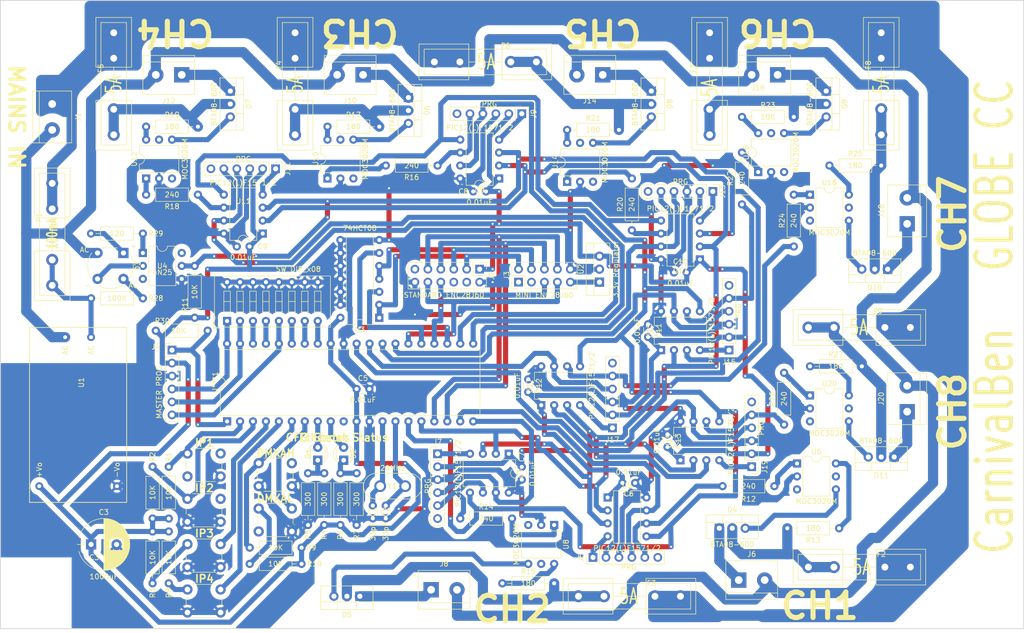
<source format=kicad_pcb>
(kicad_pcb (version 20221018) (generator pcbnew)
  (title_block (title "DMX to Ethernet Low Current Mains Dimmer") (date "2018-06-18") (rev "1"))
  (layers (0 "F.Cu" signal) (31 "B.Cu" signal) (34 "B.Paste" user) (35 "F.Paste" user) (36 "B.SilkS" user "B.Silkscreen") (37 "F.SilkS" user "F.Silkscreen") (38 "B.Mask" user) (39 "F.Mask" user) (44 "Edge.Cuts" user))
  (net 0 "")
  (net 1 "GND")
  (net 2 "5V")
  (net 3 "LIVE")
  (net 4 "Net-(D1-Pad1)")
  (net 5 "CFG_STATUS")
  (net 6 "Net-(D2-Pad1)")
  (net 7 "ETH_STATUS")
  (net 8 "NEUTRAL")
  (net 9 "Net-(D3-Pad1)")
  (net 10 "/INT")
  (net 11 "/RX")
  (net 12 "/DATACLK")
  (net 13 "/RESET")
  (net 14 "Net-(J2-Pad6)")
  (net 15 "/CS")
  (net 16 "/TX")
  (net 17 "Net-(J2-Pad11)")
  (net 18 "Net-(J5-Pad6)")
  (net 19 "Net-(R12-Pad2)")
  (net 20 "Net-(R13-Pad1)")
  (net 21 "Net-(U***1-Pad10)")
  (net 22 "Net-(U4-Pad3)")
  (net 23 "Net-(U4-Pad6)")
  (net 24 "Net-(U6-Pad5)")
  (net 25 "Net-(U6-Pad3)")
  (net 26 "Net-(J7-Pad6)")
  (net 27 "Net-(J9-Pad6)")
  (net 28 "Net-(J11-Pad6)")
  (net 29 "Net-(J13-Pad6)")
  (net 30 "Net-(J15-Pad6)")
  (net 31 "Net-(J17-Pad6)")
  (net 32 "Net-(J19-Pad6)")
  (net 33 "ZC")
  (net 34 "Net-(R14-Pad2)")
  (net 35 "Net-(R15-Pad1)")
  (net 36 "Net-(R16-Pad2)")
  (net 37 "Net-(R17-Pad1)")
  (net 38 "Net-(R18-Pad2)")
  (net 39 "Net-(R19-Pad1)")
  (net 40 "Net-(R20-Pad2)")
  (net 41 "Net-(R21-Pad1)")
  (net 42 "Net-(R22-Pad2)")
  (net 43 "Net-(R23-Pad1)")
  (net 44 "Net-(R24-Pad2)")
  (net 45 "Net-(R25-Pad1)")
  (net 46 "Net-(R26-Pad2)")
  (net 47 "Net-(R27-Pad1)")
  (net 48 "CHNCLK")
  (net 49 "CHNDATA")
  (net 50 "Net-(U8-Pad5)")
  (net 51 "Net-(U8-Pad3)")
  (net 52 "Net-(U10-Pad5)")
  (net 53 "Net-(U10-Pad3)")
  (net 54 "Net-(U12-Pad5)")
  (net 55 "Net-(U12-Pad3)")
  (net 56 "Net-(U14-Pad5)")
  (net 57 "Net-(U14-Pad3)")
  (net 58 "Net-(U16-Pad5)")
  (net 59 "Net-(U16-Pad3)")
  (net 60 "Net-(U18-Pad5)")
  (net 61 "Net-(U18-Pad3)")
  (net 62 "Net-(U20-Pad5)")
  (net 63 "Net-(U20-Pad3)")
  (net 64 "Net-(R29-Pad1)")
  (net 65 "Net-(J2-Pad4)")
  (net 66 "Net-(J3-Pad1)")
  (net 67 "Net-(J3-Pad3)")
  (net 68 "Net-(J3-Pad9)")
  (net 69 "/OSC1")
  (net 70 "/OSC2")
  (net 71 "/ZC_SIG")
  (net 72 "/ZC_RETURN")
  (net 73 "/Channel 1/MT2")
  (net 74 "/Channel 1/MT1")
  (net 75 "/Channel 1/GATE")
  (net 76 "/Channel 2/MT2")
  (net 77 "/Channel 2/MT1")
  (net 78 "/Channel 2/GATE")
  (net 79 "/Channel 3/MT2")
  (net 80 "/Channel 3/MT1")
  (net 81 "/Channel 3/GATE")
  (net 82 "/Channel 4/MT2")
  (net 83 "/Channel 4/MT1")
  (net 84 "/Channel 4/GATE")
  (net 85 "/Channel 5/MT2")
  (net 86 "/Channel 5/MT1")
  (net 87 "/Channel 5/GATE")
  (net 88 "/Channel 6/MT2")
  (net 89 "/Channel 6/MT1")
  (net 90 "/Channel 6/GATE")
  (net 91 "/Channel 7/MT2")
  (net 92 "/Channel 7/MT1")
  (net 93 "/Channel 7/GATE")
  (net 94 "/Channel 8/MT2")
  (net 95 "/Channel 8/MT1")
  (net 96 "/Channel 8/GATE")
  (net 97 "/FUSED_LIVE")
  (net 98 "/MCLR")
  (net 99 "/IP1")
  (net 100 "/IP2")
  (net 101 "/IP3")
  (net 102 "/IP4")
  (net 103 "/DMXAH")
  (net 104 "/DMXAL")
  (net 105 "/BIT5")
  (net 106 "/BIT4")
  (net 107 "/BIT2")
  (net 108 "/BIT1")
  (net 109 "/BIT0")
  (net 110 "/RX5v")
  (net 111 "/INT5v")
  (net 112 "/BIT7")
  (net 113 "/BIT6")
  (net 114 "/BIT3")
  (net 115 "Net-(J5-Pad1)")
  (net 116 "/CH1")
  (net 117 "Net-(J5-Pad5)")
  (net 118 "Net-(J7-Pad1)")
  (net 119 "/CH2")
  (net 120 "Net-(J7-Pad5)")
  (net 121 "Net-(J9-Pad1)")
  (net 122 "/CH3")
  (net 123 "Net-(J9-Pad5)")
  (net 124 "Net-(J11-Pad1)")
  (net 125 "/CH4")
  (net 126 "Net-(J11-Pad5)")
  (net 127 "Net-(J13-Pad1)")
  (net 128 "/CH5")
  (net 129 "Net-(J13-Pad5)")
  (net 130 "Net-(J15-Pad1)")
  (net 131 "/CH6")
  (net 132 "Net-(J15-Pad5)")
  (net 133 "Net-(J17-Pad1)")
  (net 134 "/CH7")
  (net 135 "Net-(J17-Pad5)")
  (net 136 "Net-(J19-Pad1)")
  (net 137 "/CH8")
  (net 138 "Net-(J19-Pad5)")
  (net 139 "Net-(R3-Pad1)")
  (net 140 "Net-(R8-Pad1)")
  (net 141 "Net-(R10-Pad1)")
  (net 142 "Net-(SW1-Pad3)")
  (net 143 "Net-(SW2-Pad2)")
  (net 144 "Net-(SW5-Pad2)")
  (net 145 "Net-(SW6-Pad3)")
  (net 146 "Net-(SW1-Pad2)")
  (footprint "Capacitors_THT:C_Disc_D3.0mm_W1.6mm_P2.50mm" (layer "F.Cu") (at 90.805 116.84 -90)
    (fp_text reference "C1")
    (fp_text value "33pF")
  )
  (footprint "Capacitors_THT:C_Disc_D3.0mm_W1.6mm_P2.50mm" (layer "F.Cu") (at 93.345 116.84 -90)
    (fp_text reference "C2")
    (fp_text value "33pF")
  )
  (footprint "Capacitors_THT:CP_Radial_D10.0mm_P5.00mm" (layer "F.Cu") (at 35.56 124.46)
    (fp_text reference "C3")
    (fp_text value "1000uF")
  )
  (footprint "Capacitors_THT:C_Disc_D3.0mm_W1.6mm_P2.50mm" (layer "F.Cu") (at 87.63 93.98)
    (fp_text reference "C5")
    (fp_text value "0.01uF")
  )
  (footprint "Capacitors_THT:C_Disc_D3.0mm_W1.6mm_P2.50mm" (layer "F.Cu") (at 142.24 112.395 180)
    (fp_text reference "C6")
    (fp_text value "0.01uF")
  )
  (footprint "LEDs:LED_D3.0mm" (layer "F.Cu") (at 80.01 107.95 90)
    (fp_text reference "D1")
    (fp_text value "CFG Status")
  )
  (footprint "LEDs:LED_D3.0mm" (layer "F.Cu") (at 85.09 107.95 90)
    (fp_text reference "D2")
    (fp_text value "Ethernet Status")
  )
  (footprint "TO_SOT_Packages_THT:TO-220-3_Vertical" (layer "F.Cu") (at 158.75 121.285)
    (fp_text reference "D4")
    (fp_text value "BTA08-600")
  )
  (footprint "Connectors_Terminal_Blocks:TerminalBlock_bornier-2_P5.08mm" (layer "F.Cu") (at 27.94 38.1 -90)
    (fp_text reference "J1")
    (fp_text value "MAINS IN" hide)
  )
  (footprint "Pin_Headers:Pin_Header_Straight_2x06_Pitch2.54mm" (layer "F.Cu") (at 111.76 70.485 -90)
    (fp_text reference "J2")
    (fp_text value "STANDARD ENC28J60")
  )
  (footprint "Pin_Headers:Pin_Header_Straight_2x05_Pitch2.54mm" (layer "F.Cu") (at 119.38 73.025 90)
    (fp_text reference "J3")
    (fp_text value "MINI ENC28J60")
  )
  (footprint "Pin_Headers:Pin_Header_Straight_1x06_Pitch2.54mm" (layer "F.Cu") (at 51.435 86.36)
    (fp_text reference "J4")
    (fp_text value "MASTER PROG")
  )
  (footprint "Pin_Headers:Pin_Header_Straight_1x06_Pitch2.54mm" (layer "F.Cu") (at 133.985 127 90)
    (fp_text reference "J5")
    (fp_text value "PRG")
  )
  (footprint "Connectors_Terminal_Blocks:TerminalBlock_bornier-2_P5.08mm" (layer "F.Cu") (at 162.56 131.445)
    (fp_text reference "J6")
    (fp_text value "LOAD")
  )
  (footprint "Buttons_Switches_THT:SW_DIP_x8_W7.62mm_Slide" (layer "F.Cu") (at 62.23 80.645 90)
    (fp_text reference "SW7" hide)
    (fp_text value "SW_DIP_x08")
  )
  (footprint "TO_SOT_Packages_THT:TO-220-3_Vertical" (layer "F.Cu") (at 135.255 73.025 90)
    (fp_text reference "U2")
    (fp_text value "3.3v Regulator")
  )
  (footprint "Housings_DIP:DIP-14_W7.62mm" (layer "F.Cu") (at 92.075 80.01 180)
    (fp_text reference "U3")
    (fp_text value "74HCT08")
  )
  (footprint "Housings_DIP:DIP-6_W7.62mm" (layer "F.Cu") (at 45.72 67.31)
    (fp_text reference "U4")
    (fp_text value "4N25")
  )
  (footprint "Housings_DIP:DIP-8_W7.62mm" (layer "F.Cu") (at 136.8425 115.2525)
    (fp_text reference "U5")
    (fp_text value "PIC12(L)F1571/2")
  )
  (footprint "Housings_DIP:DIP-6_W7.62mm" (layer "F.Cu") (at 173.99 108.585)
    (fp_text reference "U6")
    (fp_text value "MOC3020M")
  )
  (footprint "Crystals:Crystal_HC50_Vertical" (layer "F.Cu") (at 97.155 113.03 180)
    (fp_text reference "Y1")
    (fp_text value "20MHz")
  )
  (footprint "Capacitors_THT:C_Disc_D3.0mm_W1.6mm_P2.50mm" (layer "F.Cu") (at 120.015 111.76 90)
    (fp_text reference "C7")
    (fp_text value "0.01uF")
  )
  (footprint "Capacitors_THT:C_Disc_D3.0mm_W1.6mm_P2.50mm" (layer "F.Cu") (at 110.49 55.245)
    (fp_text reference "C8")
    (fp_text value "0.01uF")
  )
  (footprint "Capacitors_THT:C_Disc_D3.0mm_W1.6mm_P2.50mm" (layer "F.Cu") (at 64.135 66.04)
    (fp_text reference "C9")
    (fp_text value "0.01uF")
  )
  (footprint "Capacitors_THT:C_Disc_D3.0mm_W1.6mm_P2.50mm" (layer "F.Cu") (at 149.86 71.12)
    (fp_text reference "C10")
    (fp_text value "0.01uF")
  )
  (footprint "Capacitors_THT:C_Disc_D3.0mm_W1.6mm_P2.50mm" (layer "F.Cu") (at 144.78 81.28 -90)
    (fp_text reference "C11")
    (fp_text value "0.01uF")
  )
  (footprint "Capacitors_THT:C_Disc_D3.0mm_W1.6mm_P2.50mm" (layer "F.Cu") (at 121.285 92.075 -90)
    (fp_text reference "C12")
    (fp_text value "0.01uF")
  )
  (footprint "Capacitors_THT:C_Disc_D3.0mm_W1.6mm_P2.50mm" (layer "F.Cu") (at 148.59 102.87 -90)
    (fp_text reference "C13")
    (fp_text value "0.01uF")
  )
  (footprint "TO_SOT_Packages_THT:TO-220-3_Vertical" (layer "F.Cu") (at 88.265 134.62 180)
    (fp_text reference "D5")
    (fp_text value "BTA08-600")
  )
  (footprint "TO_SOT_Packages_THT:TO-220-3_Vertical" (layer "F.Cu") (at 97.79 36.83 -90)
    (fp_text reference "D6")
    (fp_text value "BTA08-600")
  )
  (footprint "TO_SOT_Packages_THT:TO-220-3_Vertical" (layer "F.Cu") (at 62.865 35.56 -90)
    (fp_text reference "D7")
    (fp_text value "BTA08-600")
  )
  (footprint "TO_SOT_Packages_THT:TO-220-3_Vertical" (layer "F.Cu") (at 145.415 35.56 -90)
    (fp_text reference "D8")
    (fp_text value "BTA08-600")
  )
  (footprint "TO_SOT_Packages_THT:TO-220-3_Vertical" (layer "F.Cu") (at 179.705 35.56 -90)
    (fp_text reference "D9")
    (fp_text value "BTA08-600")
  )
  (footprint "TO_SOT_Packages_THT:TO-220-3_Vertical" (layer "F.Cu") (at 191.77 70.485 180)
    (fp_text reference "D10")
    (fp_text value "BTA08-600")
  )
  (footprint "TO_SOT_Packages_THT:TO-220-3_Vertical" (layer "F.Cu") (at 193.04 107.315 180)
    (fp_text reference "D11")
    (fp_text value "BTA08-600")
  )
  (footprint "Fuse_Holders_and_Fuses:Fuseholder5x20_horiz_open_inline_Type-I" (layer "F.Cu") (at 27.94 73.66 90)
    (fp_text reference "F1")
    (fp_text value "100mA")
  )
  (footprint "Fuse_Holders_and_Fuses:Fuseholder5x20_horiz_open_inline_Type-I" (layer "F.Cu") (at 196.215 128.905 180)
    (fp_text reference "F2")
    (fp_text value "5A")
  )
  (footprint "Fuse_Holders_and_Fuses:Fuseholder5x20_horiz_open_inline_Type-I" (layer "F.Cu") (at 151.13 134.62 180)
    (fp_text reference "F3")
    (fp_text value "5A")
  )
  (footprint "Fuse_Holders_and_Fuses:Fuseholder5x20_horiz_open_inline_Type-I" (layer "F.Cu") (at 75.565 24.13 -90)
    (fp_text reference "F4")
    (fp_text value "5A")
  )
  (footprint "Fuse_Holders_and_Fuses:Fuseholder5x20_horiz_open_inline_Type-I" (layer "F.Cu") (at 40.005 24.13 -90)
    (fp_text reference "F5")
    (fp_text value "5A")
  )
  (footprint "Fuse_Holders_and_Fuses:Fuseholder5x20_horiz_open_inline_Type-I" (layer "F.Cu") (at 102.87 29.845)
    (fp_text reference "F6")
    (fp_text value "5A")
  )
  (footprint "Fuse_Holders_and_Fuses:Fuseholder5x20_horiz_open_inline_Type-I" (layer "F.Cu") (at 156.845 24.13 -90)
    (fp_text reference "F7")
    (fp_text value "5A")
  )
  (footprint "Fuse_Holders_and_Fuses:Fuseholder5x20_horiz_open_inline_Type-I" (layer "F.Cu") (at 190.5 24.13 -90)
    (fp_text reference "F8")
    (fp_text value "5A")
  )
  (footprint "Fuse_Holders_and_Fuses:Fuseholder5x20_horiz_open_inline_Type-I" (layer "F.Cu") (at 196.215 81.915 180)
    (fp_text reference "F9")
    (fp_text value "5A")
  )
  (footprint "Pin_Headers:Pin_Header_Straight_1x06_Pitch2.54mm" (layer "F.Cu") (at 103.505 106.68)
    (fp_text reference "J7")
    (fp_text value "PRG")
  )
  (footprint "Connectors_Terminal_Blocks:TerminalBlock_bornier-2_P5.08mm" (layer "F.Cu") (at 102.235 133.35)
    (fp_text reference "J8")
    (fp_text value "LOAD")
  )
  (footprint "Pin_Headers:Pin_Header_Straight_1x06_Pitch2.54mm" (layer "F.Cu") (at 120.015 40.005 -90)
    (fp_text reference "J9")
    (fp_text value "PRG")
  )
  (footprint "Connectors_Terminal_Blocks:TerminalBlock_bornier-2_P5.08mm" (layer "F.Cu") (at 88.9 32.385 180)
    (fp_text reference "J10")
    (fp_text value "LOAD")
  )
  (footprint "Pin_Headers:Pin_Header_Straight_1x06_Pitch2.54mm" (layer "F.Cu") (at 71.755 50.8 -90)
    (fp_text reference "J11")
    (fp_text value "PRG")
  )
  (footprint "Connectors_Terminal_Blocks:TerminalBlock_bornier-2_P5.08mm" (layer "F.Cu") (at 53.34 32.385 180)
    (fp_text reference "J12")
    (fp_text value "LOAD" hide)
  )
  (footprint "Pin_Headers:Pin_Header_Straight_1x06_Pitch2.54mm" (layer "F.Cu") (at 157.48 55.245 -90)
    (fp_text reference "J13")
    (fp_text value "PRG")
  )
  (footprint "Connectors_Terminal_Blocks:TerminalBlock_bornier-2_P5.08mm" (layer "F.Cu") (at 135.89 32.385 180)
    (fp_text reference "J14")
    (fp_text value "LOAD")
  )
  (footprint "Pin_Headers:Pin_Header_Straight_1x06_Pitch2.54mm" (layer "F.Cu") (at 160.655 86.36 180)
    (fp_text reference "J15")
    (fp_text value "PRG")
  )
  (footprint "Connectors_Terminal_Blocks:TerminalBlock_bornier-2_P5.08mm" (layer "F.Cu") (at 170.18 32.385 180)
    (fp_text reference "J16")
    (fp_text value "LOAD")
  )
  (footprint "Pin_Headers:Pin_Header_Straight_1x06_Pitch2.54mm" (layer "F.Cu") (at 137.795 101.6 180)
    (fp_text reference "J17")
    (fp_text value "PRG")
  )
  (footprint "Connectors_Terminal_Blocks:TerminalBlock_bornier-2_P5.08mm" (layer "F.Cu") (at 195.58 61.595 90)
    (fp_text reference "J18")
    (fp_text value "LOAD")
  )
  (footprint "Pin_Headers:Pin_Header_Straight_1x06_Pitch2.54mm" (layer "F.Cu") (at 165.1 109.22 180)
    (fp_text reference "J19")
    (fp_text value "PRG")
  )
  (footprint "Connectors_Terminal_Blocks:TerminalBlock_bornier-2_P5.08mm" (layer "F.Cu") (at 195.58 98.425 90)
    (fp_text reference "J20")
    (fp_text value "LOAD")
  )
  (footprint "Resistors_THT:R_Axial_DIN0207_L6.3mm_D2.5mm_P10.16mm_Horizontal" (layer "F.Cu") (at 103.505 50.165 180)
    (fp_text reference "R16")
    (fp_text value "240")
  )
  (footprint "Resistors_THT:R_Axial_DIN0207_L6.3mm_D2.5mm_P10.16mm_Horizontal" (layer "F.Cu") (at 81.915 42.545)
    (fp_text reference "R17")
    (fp_text value "180")
  )
  (footprint "Resistors_THT:R_Axial_DIN0207_L6.3mm_D2.5mm_P10.16mm_Horizontal" (layer "F.Cu") (at 56.515 55.88 180)
    (fp_text reference "R18")
    (fp_text value "240")
  )
  (footprint "Resistors_THT:R_Axial_DIN0207_L6.3mm_D2.5mm_P10.16mm_Horizontal" (layer "F.Cu") (at 46.355 42.545)
    (fp_text reference "R19")
    (fp_text value "180")
  )
  (footprint "Resistors_THT:R_Axial_DIN0207_L6.3mm_D2.5mm_P10.16mm_Horizontal" (layer "F.Cu") (at 141.605 62.865 90)
    (fp_text reference "R20")
    (fp_text value "240")
  )
  (footprint "Resistors_THT:R_Axial_DIN0207_L6.3mm_D2.5mm_P10.16mm_Horizontal" (layer "F.Cu") (at 128.905 43.18)
    (fp_text reference "R21")
    (fp_text value "180")
  )
  (footprint "Resistors_THT:R_Axial_DIN0207_L6.3mm_D2.5mm_P10.16mm_Horizontal" (layer "F.Cu") (at 163.195 57.785 90)
    (fp_text reference "R22")
    (fp_text value "240")
  )
  (footprint "Resistors_THT:R_Axial_DIN0207_L6.3mm_D2.5mm_P10.16mm_Horizontal" (layer "F.Cu") (at 163.195 40.64)
    (fp_text reference "R23")
    (fp_text value "180")
  )
  (footprint "Resistors_THT:R_Axial_DIN0207_L6.3mm_D2.5mm_P10.16mm_Horizontal" (layer "F.Cu") (at 173.355 66.04 90)
    (fp_text reference "R24")
    (fp_text value "240")
  )
  (footprint "Resistors_THT:R_Axial_DIN0207_L6.3mm_D2.5mm_P10.16mm_Horizontal" (layer "F.Cu") (at 180.34 50.165)
    (fp_text reference "R25")
    (fp_text value "180")
  )
  (footprint "Resistors_THT:R_Axial_DIN0207_L6.3mm_D2.5mm_P10.16mm_Horizontal" (layer "F.Cu") (at 171.45 100.965 90)
    (fp_text reference "R26")
    (fp_text value "240")
  )
  (footprint "Resistors_THT:R_Axial_DIN0207_L6.3mm_D2.5mm_P10.16mm_Horizontal" (layer "F.Cu") (at 176.53 89.535)
    (fp_text reference "R27")
    (fp_text value "180")
  )
  (footprint "Housings_DIP:DIP-8_W7.62mm" (layer "F.Cu") (at 117.475 106.68 -90)
    (fp_text reference "U7")
    (fp_text value "PIC12(L)F1571/2")
  )
  (footprint "Housings_DIP:DIP-6_W7.62mm" (layer "F.Cu") (at 126.365 120.65 -90)
    (fp_text reference "U8")
    (fp_text value "MOC3020M")
  )
  (footprint "Housings_DIP:DIP-8_W7.62mm" (layer "F.Cu") (at 115.57 52.705 180)
    (fp_text reference "U9")
    (fp_text value "PIC12(L)F1571/2")
  )
  (footprint "Housings_DIP:DIP-6_W7.62mm" (layer "F.Cu") (at 81.915 52.705 90)
    (fp_text reference "U10")
    (fp_text value "MOC3020M")
  )
  (footprint "Housings_DIP:DIP-8_W7.62mm" (layer "F.Cu") (at 69.215 63.5 180)
    (fp_text reference "U11")
    (fp_text value "PIC12(L)F1571/2")
  )
  (footprint "Housings_DIP:DIP-6_W7.62mm" (layer "F.Cu") (at 46.355 52.705 90)
    (fp_text reference "U12")
    (fp_text value "MOC3020M")
  )
  (footprint "Housings_DIP:DIP-8_W7.62mm" (layer "F.Cu") (at 154.94 68.58 180)
    (fp_text reference "U13")
    (fp_text value "PIC12(L)F1571/2")
  )
  (footprint "Housings_DIP:DIP-6_W7.62mm" (layer "F.Cu") (at 128.905 53.34 90)
    (fp_text reference "U14")
    (fp_text value "MOC3020M")
  )
  (footprint "Housings_DIP:DIP-8_W7.62mm" (layer "F.Cu") (at 147.32 86.36 90)
    (fp_text reference "U15")
    (fp_text value "PIC12(L)F1571/2")
  )
  (footprint "Housings_DIP:DIP-6_W7.62mm" (layer "F.Cu") (at 166.37 51.435 90)
    (fp_text reference "U16")
    (fp_text value "MOC3020M")
  )
  (footprint "Housings_DIP:DIP-8_W7.62mm" (layer "F.Cu") (at 123.825 97.155 90)
    (fp_text reference "U17")
    (fp_text value "PIC12(L)F1571/2")
  )
  (footprint "Housings_DIP:DIP-6_W7.62mm" (layer "F.Cu") (at 176.53 55.88)
    (fp_text reference "U18")
    (fp_text value "MOC3020M")
  )
  (footprint "Housings_DIP:DIP-8_W7.62mm" (layer "F.Cu") (at 151.13 107.95 90)
    (fp_text reference "U19")
    (fp_text value "PIC12(L)F1571/2")
  )
  (footprint "Housings_DIP:DIP-6_W7.62mm" (layer "F.Cu") (at 176.53 95.25)
    (fp_text reference "U20")
    (fp_text value "MOC3020M")
  )
  (footprint "Mounting_Holes:MountingHole_4.3mm_M4" (layer "F.Cu") (at 210.82 25.4)
    (fp_text reference "")
    (fp_text value "")
  )
  (footprint "Resistors_THT:R_Axial_DIN0207_L6.3mm_D2.5mm_P10.16mm_Horizontal" (layer "F.Cu") (at 50.8 109.22 -90)
    (fp_text reference "R1")
    (fp_text value "10K")
  )
  (footprint "Resistors_THT:R_Axial_DIN0207_L6.3mm_D2.5mm_P10.16mm_Horizontal" (layer "F.Cu") (at 47.625 109.22 -90)
    (fp_text reference "R2")
    (fp_text value "10K")
  )
  (footprint "Resistors_THT:R_Axial_DIN0207_L6.3mm_D2.5mm_P10.16mm_Horizontal" (layer "F.Cu") (at 47.625 132.08 90)
    (fp_text reference "R3")
    (fp_text value "10K")
  )
  (footprint "Resistors_THT:R_Axial_DIN0207_L6.3mm_D2.5mm_P10.16mm_Horizontal" (layer "F.Cu") (at 81.28 120.65 90)
    (fp_text reference "R4")
    (fp_text value "300")
  )
  (footprint "Resistors_THT:R_Axial_DIN0207_L6.3mm_D2.5mm_P10.16mm_Horizontal" (layer "F.Cu") (at 78.105 120.65 90)
    (fp_text reference "R5")
    (fp_text value "300")
  )
  (footprint "Resistors_THT:R_Axial_DIN0207_L6.3mm_D2.5mm_P10.16mm_Horizontal" (layer "F.Cu") (at 84.455 120.65 90)
    (fp_text reference "R6")
    (fp_text value "300")
  )
  (footprint "Resistors_THT:R_Axial_DIN0207_L6.3mm_D2.5mm_P10.16mm_Horizontal" (layer "F.Cu") (at 87.63 120.65 90)
    (fp_text reference "R7")
    (fp_text value "300")
  )
  (footprint "Resistors_THT:R_Axial_DIN0207_L6.3mm_D2.5mm_P10.16mm_Horizontal" (layer "F.Cu") (at 50.8 132.08 90)
    (fp_text reference "R8")
    (fp_text value "10K")
  )
  (footprint "Resistors_THT:R_Axial_DIN0207_L6.3mm_D2.5mm_P10.16mm_Horizontal" (layer "F.Cu") (at 66.675 125.095)
    (fp_text reference "R9")
    (fp_text value "10K")
  )
  (footprint "Resistors_THT:R_Axial_DIN0207_L6.3mm_D2.5mm_P10.16mm_Horizontal" (layer "F.Cu") (at 66.675 128.27)
    (fp_text reference "R10")
    (fp_text value "10K")
  )
  (footprint "Resistors_THT:R_Axial_DIN0207_L6.3mm_D2.5mm_P10.16mm_Horizontal" (layer "F.Cu") (at 55.88 80.01 90)
    (fp_text reference "R11")
    (fp_text value "10K")
  )
  (footprint "Resistors_THT:R_Axial_DIN0207_L6.3mm_D2.5mm_P10.16mm_Horizontal" (layer "F.Cu") (at 159.385 113.03)
    (fp_text reference "R12")
    (fp_text value "240")
  )
  (footprint "Resistors_THT:R_Axial_DIN0207_L6.3mm_D2.5mm_P10.16mm_Horizontal" (layer "F.Cu") (at 182.245 121.285 180)
    (fp_text reference "R13")
    (fp_text value "180")
  )
  (footprint "Resistors_THT:R_Axial_DIN0207_L6.3mm_D2.5mm_P10.16mm_Horizontal" (layer "F.Cu") (at 107.95 119.38)
    (fp_text reference "R14")
    (fp_text value "240")
  )
  (footprint "Resistors_THT:R_Axial_DIN0207_L6.3mm_D2.5mm_P10.16mm_Horizontal" (layer "F.Cu") (at 116.205 132.08)
    (fp_text reference "R15")
    (fp_text value "180")
  )
  (footprint "Resistors_THT:R_Axial_DIN0207_L6.3mm_D2.5mm_P10.16mm_Horizontal" (layer "F.Cu") (at 45.72 76.2 180)
    (fp_text reference "R28")
    (fp_text value "100K")
  )
  (footprint "Resistors_THT:R_Axial_DIN0207_L6.3mm_D2.5mm_P10.16mm_Horizontal" (layer "F.Cu") (at 45.72 63.5 180)
    (fp_text reference "R29")
    (fp_text value "120")
  )
  (footprint "Mounting_Holes:MountingHole_4.3mm_M4" (layer "F.Cu") (at 25.4 133.35)
    (fp_text reference "")
    (fp_text value "")
  )
  (footprint "Mounting_Holes:MountingHole_4.3mm_M4" (layer "F.Cu") (at 25.4 25.4)
    (fp_text reference "")
    (fp_text value "")
  )
  (footprint "Mounting_Holes:MountingHole_4.3mm_M4" (layer "F.Cu") (at 210.82 133.35)
    (fp_text reference "")
    (fp_text value "")
  )
  (footprint "CarnivalBen:Diode_Bridge_W08" (layer "F.Cu") (at 41.91 67.31 -90)
    (fp_text reference "D3")
    (fp_text value "BRIDGE")
  )
  (footprint "CarnivalBen:SW_PUSH_6mm_4pin" (layer "F.Cu") (at 60.96 111.125 180)
    (fp_text reference "SW1" hide)
    (fp_text value "IP1")
  )
  (footprint "CarnivalBen:SW_PUSH_6mm_4pin" (layer "F.Cu") (at 60.96 120.015 180)
    (fp_text reference "SW2" hide)
    (fp_text value "IP2")
  )
  (footprint "CarnivalBen:SW_PUSH_6mm_4pin" (layer "F.Cu") (at 60.96 128.905 180)
    (fp_text reference "SW3" hide)
    (fp_text value "IP3")
  )
  (footprint "CarnivalBen:SW_PUSH_6mm_4pin" (layer "F.Cu") (at 60.96 137.795 180)
    (fp_text reference "SW4" hide)
    (fp_text value "IP4")
  )
  (footprint "CarnivalBen:SW_PUSH_6mm_4pin" (layer "F.Cu") (at 74.93 113.03 180)
    (fp_text reference "SW5" hide)
    (fp_text value "DMXAH")
  )
  (footprint "CarnivalBen:SW_PUSH_6mm_4pin" (layer "F.Cu") (at 74.93 121.92 180)
    (fp_text reference "SW6" hide)
    (fp_text value "DMXAL")
  )
  (footprint "Housings_DIP:DIP-40_W15.24mm" (layer "F.Cu") (at 62.23 100.33 90)
    (fp_text reference "U***1")
    (fp_text value "PIC16F877A")
  )
  (footprint "CarnivalBen:HLK-PM01" (layer "F.Cu") (at 40.64 113.03 -90)
    (fp_text reference "U1")
    (fp_text value "PSU-5VDC")
  )
  (footprint "Resistors_THT:R_Axial_DIN0207_L6.3mm_D2.5mm_P10.16mm_Horizontal" (layer "F.Cu") (at 58.42 82.55 180)
    (fp_text reference "R30")
    (fp_text value "10K")
  )
  (gr_line (start 17.78 17.78) (end 17.78 140.97) (stroke (width 0.15)) (layer "Edge.Cuts"))
  (gr_line (start 218.44 140.97) (end 218.44 17.78) (stroke (width 0.15)) (layer "Edge.Cuts"))
  (gr_line (start 17.78 17.78) (end 218.44 17.78) (stroke (width 0.15)) (layer "Edge.Cuts"))
  (gr_line (start 17.78 140.97) (end 218.44 140.97) (stroke (width 0.15)) (layer "Edge.Cuts"))
  (gr_text "CH3" (at 88.265 24.13 180) (layer "F.SilkS") (effects (font (size 5 5) (thickness 1))))
  (gr_text "CH8" (at 204.47 98.425 90) (layer "F.SilkS") (effects (font (size 5 5) (thickness 1))))
  (gr_text "CH2" (at 118.11 137.16) (layer "F.SilkS") (effects (font (size 5 5) (thickness 1))))
  (gr_text "CH5" (at 135.89 24.13 180) (layer "F.SilkS") (effects (font (size 5 5) (thickness 1))))
  (gr_text "CH6" (at 170.18 24.13 180) (layer "F.SilkS") (effects (font (size 5 5) (thickness 1))))
  (gr_text "CH1" (at 178.435 136.525) (layer "F.SilkS") (effects (font (size 5 5) (thickness 1))))
  (gr_text "CH7" (at 204.47 59.69 90) (layer "F.SilkS") (effects (font (size 5 5) (thickness 1))))
  (gr_text "MAINS IN" (at 20.955 40.64 270) (layer "F.SilkS") (effects (font (size 3 3) (thickness 0.6))))
  (gr_text "GLOBE CC" (at 212.725 52.07 90) (layer "F.SilkS") (effects (font (size 7 5) (thickness 0.8))))
  (gr_text "CarnivalBen" (at 212.725 104.14 90) (layer "F.SilkS") (effects (font (size 7 5) (thickness 0.8))))
  (gr_text "CH4" (at 52.07 24.13 180) (layer "F.SilkS") (effects (font (size 5 5) (thickness 1))))
  (segment (start 114.3 73.025) (end 114.3 78.105) (width 1) (layer "F.Cu") (net 1))
  (segment (start 107.95 79.375) (end 99.06 79.375) (width 1) (layer "F.Cu") (net 1))
  (segment (start 93.98 64.77) (end 93.98 54.61) (width 1) (layer "F.Cu") (net 1))
  (segment (start 129.54 55.245) (end 129.54 62.865) (width 1) (layer "F.Cu") (net 1))
  (segment (start 145.415 59.69) (end 145.415 68.58) (width 1) (layer "F.Cu") (net 1))
  (segment (start 147.955 50.165) (end 157.48 50.165) (width 1) (layer "F.Cu") (net 1))
  (segment (start 147.32 76.835) (end 147.32 71.755) (width 1) (layer "F.Cu") (net 1))
  (segment (start 140.335 97.79) (end 151.13 97.79) (width 1) (layer "F.Cu") (net 1))
  (segment (start 145.415 111.76) (end 145.415 103.505) (width 1) (layer "F.Cu") (net 1))
  (segment (start 120.015 118.745) (end 120.015 114.935) (width 1) (layer "F.Cu") (net 1))
  (segment (start 95.885 117.475) (end 100.965 117.475) (width 1) (layer "F.Cu") (net 1))
  (via (at 120.015 114.935) (size 0.6) (drill 0.4) (layers "F.Cu" "B.Cu") (net 1))
  (via (at 140.335 97.79) (size 0.6) (drill 0.4) (layers "F.Cu" "B.Cu") (net 1))
  (via (at 93.98 64.77) (size 0.6) (drill 0.4) (layers "F.Cu" "B.Cu") (net 1))
  (via (at 107.95 79.375) (size 0.6) (drill 0.4) (layers "F.Cu" "B.Cu") (net 1))
  (via (at 99.06 79.375) (size 0.6) (drill 0.4) (layers "F.Cu" "B.Cu") (net 1))
  (via (at 95.885 117.475) (size 0.6) (drill 0.4) (layers "F.Cu" "B.Cu") (net 1))
  (via (at 129.54 55.245) (size 0.6) (drill 0.4) (layers "F.Cu" "B.Cu") (net 1))
  (via (at 129.54 62.865) (size 0.6) (drill 0.4) (layers "F.Cu" "B.Cu") (net 1))
  (via (at 147.955 50.165) (size 0.6) (drill 0.4) (layers "F.Cu" "B.Cu") (net 1))
  (via (at 145.415 103.505) (size 0.6) (drill 0.4) (layers "F.Cu" "B.Cu") (net 1))
  (via (at 147.32 76.835) (size 0.6) (drill 0.4) (layers "F.Cu" "B.Cu") (net 1))
  (via (at 93.98 54.61) (size 0.6) (drill 0.4) (layers "F.Cu" "B.Cu") (net 1))
  (via (at 100.965 117.475) (size 0.6) (drill 0.4) (layers "F.Cu" "B.Cu") (net 1))
  (via (at 120.015 118.745) (size 0.6) (drill 0.4) (layers "F.Cu" "B.Cu") (net 1))
  (via (at 114.3 73.025) (size 0.6) (drill 0.4) (layers "F.Cu" "B.Cu") (net 1))
  (via (at 151.13 97.79) (size 0.6) (drill 0.4) (layers "F.Cu" "B.Cu") (net 1))
  (via (at 145.415 68.58) (size 0.6) (drill 0.4) (layers "F.Cu" "B.Cu") (net 1))
  (via (at 147.32 71.755) (size 0.6) (drill 0.4) (layers "F.Cu" "B.Cu") (net 1))
  (via (at 114.3 78.105) (size 0.6) (drill 0.4) (layers "F.Cu" "B.Cu") (net 1))
  (via (at 157.48 50.165) (size 0.6) (drill 0.4) (layers "F.Cu" "B.Cu") (net 1))
  (via (at 145.415 59.69) (size 0.6) (drill 0.4) (layers "F.Cu" "B.Cu") (net 1))
  (via (at 145.415 111.76) (size 0.6) (drill 0.4) (layers "F.Cu" "B.Cu") (net 1))
  (segment (start 58.42 113.665) (end 58.42 113.665) (width 1) (layer "B.Cu") (net 1))
  (segment (start 58.42 113.665) (end 58.42 120.65) (width 1) (layer "B.Cu") (net 1))
  (segment (start 58.42 137.795) (end 60.96 137.795) (width 1) (layer "B.Cu") (net 1))
  (segment (start 40.64 124.54) (end 40.56 124.46) (width 1) (layer "B.Cu") (net 1))
  (segment (start 78.105 118.745) (end 87.63 118.745) (width 1) (layer "B.Cu") (net 1))
  (segment (start 87.63 118.745) (end 87.63 119.38) (width 1) (layer "B.Cu") (net 1))
  (segment (start 87.63 113.665) (end 90.17 111.125) (width 1) (layer "B.Cu") (net 1))
  (segment (start 90.17 111.125) (end 90.17 100.33) (width 1) (layer "B.Cu") (net 1))
  (segment (start 90.805 119.34) (end 87.63 119.34) (width 1) (layer "B.Cu") (net 1))
  (segment (start 87.63 119.34) (end 87.63 119.38) (width 1) (layer "B.Cu") (net 1))
  (segment (start 87.63 119.38) (end 87.63 120.65) (width 1) (layer "B.Cu") (net 1))
  (segment (start 90.17 94.02) (end 90.13 93.98) (width 1) (layer "B.Cu") (net 1))
  (segment (start 85.09 88.94) (end 85.09 85.09) (width 1) (layer "B.Cu") (net 1))
  (segment (start 48.26 113.03) (end 54.46 119.23) (width 1) (layer "B.Cu") (net 1))
  (segment (start 54.46 119.23) (end 54.46 120.015) (width 1) (layer "B.Cu") (net 1))
  (segment (start 45.72 113.03) (end 48.26 113.03) (width 1) (layer "B.Cu") (net 1))
  (segment (start 77.47 73.025) (end 74.93 73.025) (width 1) (layer "B.Cu") (net 1))
  (segment (start 74.93 73.025) (end 72.39 73.025) (width 1) (layer "B.Cu") (net 1))
  (segment (start 72.39 73.025) (end 69.85 73.025) (width 1) (layer "B.Cu") (net 1))
  (segment (start 69.85 73.025) (end 67.31 73.025) (width 1) (layer "B.Cu") (net 1))
  (segment (start 67.31 73.025) (end 64.77 73.025) (width 1) (layer "B.Cu") (net 1))
  (segment (start 64.77 73.025) (end 62.23 73.025) (width 1) (layer "B.Cu") (net 1))
  (segment (start 62.23 73.025) (end 60.96 72.39) (width 1) (layer "B.Cu") (net 1))
  (segment (start 60.96 72.39) (end 53.34 72.39) (width 1) (layer "B.Cu") (net 1))
  (segment (start 84.455 73.025) (end 84.455 72.39) (width 1) (layer "B.Cu") (net 1))
  (segment (start 84.455 72.39) (end 84.455 69.85) (width 1) (layer "B.Cu") (net 1))
  (segment (start 84.455 69.85) (end 84.455 67.31) (width 1) (layer "B.Cu") (net 1))
  (segment (start 84.455 67.31) (end 84.455 64.77) (width 1) (layer "B.Cu") (net 1))
  (segment (start 84.455 74.93) (end 84.455 72.39) (width 1) (layer "B.Cu") (net 1))
  (segment (start 85.725 77.47) (end 86.36 78.105) (width 1) (layer "B.Cu") (net 1))
  (segment (start 86.36 78.105) (end 86.36 81.915) (width 1) (layer "B.Cu") (net 1))
  (segment (start 86.36 81.915) (end 85.09 83.185) (width 1) (layer "B.Cu") (net 1))
  (segment (start 85.09 83.185) (end 85.09 85.09) (width 1) (layer "B.Cu") (net 1))
  (segment (start 96.52 64.77) (end 96.52 73.025) (width 1) (layer "B.Cu") (net 1))
  (segment (start 96.52 73.025) (end 99.06 73.025) (width 1) (layer "B.Cu") (net 1))
  (segment (start 99.06 62.865) (end 129.54 62.865) (width 1) (layer "B.Cu") (net 1))
  (segment (start 129.54 62.865) (end 129.54 70.485) (width 1) (layer "B.Cu") (net 1))
  (segment (start 114.3 78.105) (end 107.95 78.105) (width 1) (layer "B.Cu") (net 1))
  (segment (start 107.95 78.105) (end 107.95 79.375) (width 1) (layer "B.Cu") (net 1))
  (segment (start 99.06 79.375) (end 99.06 73.025) (width 1) (layer "B.Cu") (net 1))
  (segment (start 51.435 63.5) (end 50.8 64.135) (width 1) (layer "B.Cu") (net 1))
  (segment (start 50.8 64.135) (end 50.8 72.39) (width 1) (layer "B.Cu") (net 1))
  (segment (start 50.8 72.39) (end 53.34 72.39) (width 1) (layer "B.Cu") (net 1))
  (segment (start 66.675 52.07) (end 66.04 52.705) (width 1) (layer "B.Cu") (net 1))
  (segment (start 66.04 52.705) (end 66.04 60.325) (width 1) (layer "B.Cu") (net 1))
  (segment (start 66.04 60.325) (end 62.23 64.135) (width 1) (layer "B.Cu") (net 1))
  (segment (start 62.23 64.135) (end 61.595 63.5) (width 1) (layer "B.Cu") (net 1))
  (segment (start 48.895 60.96) (end 51.435 63.5) (width 1) (layer "B.Cu") (net 1))
  (segment (start 114.935 40.64) (end 112.395 43.18) (width 1) (layer "B.Cu") (net 1))
  (segment (start 112.395 43.18) (end 112.395 50.8) (width 1) (layer "B.Cu") (net 1))
  (segment (start 112.395 50.8) (end 109.22 53.975) (width 1) (layer "B.Cu") (net 1))
  (segment (start 109.22 53.975) (end 110.49 55.245) (width 1) (layer "B.Cu") (net 1))
  (segment (start 84.455 54.61) (end 93.98 54.61) (width 1) (layer "B.Cu") (net 1))
  (segment (start 107.95 54.61) (end 108.585 54.61) (width 1) (layer "B.Cu") (net 1))
  (segment (start 108.585 54.61) (end 109.22 53.975) (width 1) (layer "B.Cu") (net 1))
  (segment (start 93.98 64.77) (end 96.52 64.77) (width 1) (layer "B.Cu") (net 1))
  (segment (start 93.98 54.61) (end 107.95 54.61) (width 1) (layer "B.Cu") (net 1))
  (segment (start 129.54 55.245) (end 131.445 55.245) (width 1) (layer "B.Cu") (net 1))
  (segment (start 131.445 53.34) (end 131.445 55.245) (width 1) (layer "B.Cu") (net 1))
  (segment (start 152.4 59.055) (end 151.765 59.69) (width 1) (layer "B.Cu") (net 1))
  (segment (start 151.765 59.69) (end 151.765 66.675) (width 1) (layer "B.Cu") (net 1))
  (segment (start 151.765 66.675) (end 148.59 69.85) (width 1) (layer "B.Cu") (net 1))
  (segment (start 148.59 69.85) (end 147.32 68.58) (width 1) (layer "B.Cu") (net 1))
  (segment (start 132.715 55.245) (end 137.16 59.69) (width 1) (layer "B.Cu") (net 1))
  (segment (start 137.16 59.69) (end 145.415 59.69) (width 1) (layer "B.Cu") (net 1))
  (segment (start 145.415 68.58) (end 147.32 68.58) (width 1) (layer "B.Cu") (net 1))
  (segment (start 158.75 81.28) (end 156.845 83.185) (width 1) (layer "B.Cu") (net 1))
  (segment (start 156.845 83.185) (end 147.955 83.185) (width 1) (layer "B.Cu") (net 1))
  (segment (start 147.955 83.185) (end 145.415 80.645) (width 1) (layer "B.Cu") (net 1))
  (segment (start 145.415 80.645) (end 147.32 78.74) (width 1) (layer "B.Cu") (net 1))
  (segment (start 152.4 52.07) (end 151.765 51.435) (width 1) (layer "B.Cu") (net 1))
  (segment (start 151.765 51.435) (end 149.225 51.435) (width 1) (layer "B.Cu") (net 1))
  (segment (start 149.225 51.435) (end 147.955 50.165) (width 1) (layer "B.Cu") (net 1))
  (segment (start 157.48 50.165) (end 162.56 50.165) (width 1) (layer "B.Cu") (net 1))
  (segment (start 162.56 50.165) (end 163.195 50.8) (width 1) (layer "B.Cu") (net 1))
  (segment (start 163.195 50.8) (end 163.195 52.07) (width 1) (layer "B.Cu") (net 1))
  (segment (start 163.195 52.07) (end 164.465 53.34) (width 1) (layer "B.Cu") (net 1))
  (segment (start 164.465 53.34) (end 168.275 53.34) (width 1) (layer "B.Cu") (net 1))
  (segment (start 168.275 53.34) (end 168.91 52.705) (width 1) (layer "B.Cu") (net 1))
  (segment (start 168.91 52.705) (end 168.91 51.435) (width 1) (layer "B.Cu") (net 1))
  (segment (start 147.32 71.755) (end 147.32 71.12) (width 1) (layer "B.Cu") (net 1))
  (segment (start 147.32 71.12) (end 148.59 69.85) (width 1) (layer "B.Cu") (net 1))
  (segment (start 171.45 58.42) (end 168.275 55.245) (width 1) (layer "B.Cu") (net 1))
  (segment (start 168.275 55.245) (end 168.275 53.34) (width 1) (layer "B.Cu") (net 1))
  (segment (start 136.525 96.52) (end 133.985 93.98) (width 1) (layer "B.Cu") (net 1))
  (segment (start 133.985 93.98) (end 124.46 93.98) (width 1) (layer "B.Cu") (net 1))
  (segment (start 124.46 93.98) (end 121.92 91.44) (width 1) (layer "B.Cu") (net 1))
  (segment (start 121.92 91.44) (end 123.825 89.535) (width 1) (layer "B.Cu") (net 1))
  (segment (start 163.195 104.14) (end 162.56 104.775) (width 1) (layer "B.Cu") (net 1))
  (segment (start 162.56 104.775) (end 151.765 104.775) (width 1) (layer "B.Cu") (net 1))
  (segment (start 151.765 104.775) (end 149.225 102.235) (width 1) (layer "B.Cu") (net 1))
  (segment (start 149.225 102.235) (end 151.13 100.33) (width 1) (layer "B.Cu") (net 1))
  (segment (start 141.605 96.52) (end 144.145 93.98) (width 1) (layer "B.Cu") (net 1))
  (segment (start 144.145 93.98) (end 144.145 85.725) (width 1) (layer "B.Cu") (net 1))
  (segment (start 144.145 85.725) (end 142.875 84.455) (width 1) (layer "B.Cu") (net 1))
  (segment (start 142.875 84.455) (end 142.875 83.185) (width 1) (layer "B.Cu") (net 1))
  (segment (start 142.875 83.185) (end 144.78 81.28) (width 1) (layer "B.Cu") (net 1))
  (segment (start 140.335 96.52) (end 141.605 96.52) (width 1) (layer "B.Cu") (net 1))
  (segment (start 151.13 97.79) (end 151.13 100.33) (width 1) (layer "B.Cu") (net 1))
  (segment (start 144.4625 114.6175) (end 143.51 113.665) (width 1) (layer "B.Cu") (net 1))
  (segment (start 139.065 125.095) (end 139.7 124.46) (width 1) (layer "B.Cu") (net 1))
  (segment (start 139.7 124.46) (end 139.7 117.475) (width 1) (layer "B.Cu") (net 1))
  (segment (start 139.7 117.475) (end 143.51 113.665) (width 1) (layer "B.Cu") (net 1))
  (segment (start 143.51 113.665) (end 142.24 112.395) (width 1) (layer "B.Cu") (net 1))
  (segment (start 145.415 103.505) (end 146.05 102.87) (width 1) (layer "B.Cu") (net 1))
  (segment (start 146.05 102.87) (end 148.59 102.87) (width 1) (layer "B.Cu") (net 1))
  (segment (start 97.155 64.77) (end 99.06 62.865) (width 1) (layer "B.Cu") (net 1))
  (segment (start 106.045 111.76) (end 107.95 109.855) (width 1) (layer "B.Cu") (net 1))
  (segment (start 107.95 109.855) (end 115.57 109.855) (width 1) (layer "B.Cu") (net 1))
  (segment (start 115.57 109.855) (end 118.745 113.03) (width 1) (layer "B.Cu") (net 1))
  (segment (start 118.745 113.03) (end 117.475 114.3) (width 1) (layer "B.Cu") (net 1))
  (segment (start 123.825 118.745) (end 120.015 118.745) (width 1) (layer "B.Cu") (net 1))
  (segment (start 120.015 114.935) (end 120.015 114.3) (width 1) (layer "B.Cu") (net 1))
  (segment (start 120.015 114.3) (end 118.745 113.03) (width 1) (layer "B.Cu") (net 1))
  (segment (start 94.02 119.34) (end 95.885 117.475) (width 1) (layer "B.Cu") (net 1))
  (segment (start 100.965 117.475) (end 100.965 111.76) (width 1) (layer "B.Cu") (net 1))
  (segment (start 100.965 111.76) (end 102.87 111.76) (width 1) (layer "B.Cu") (net 1))
  (segment (start 102.87 111.76) (end 103.505 111.76) (width 1) (layer "B.Cu") (net 1))
  (segment (start 58.42 120.015) (end 60.96 120.015) (width 1) (layer "B.Cu") (net 1))
  (segment (start 58.42 128.905) (end 60.96 128.905) (width 1) (layer "B.Cu") (net 1))
  (segment (start 40.56 128.19) (end 50.165 137.795) (width 1) (layer "B.Cu") (net 1))
  (segment (start 50.165 137.795) (end 54.46 137.795) (width 1) (layer "B.Cu") (net 1))
  (segment (start 76.2 120.65) (end 78.105 120.65) (width 1) (layer "B.Cu") (net 1))
  (segment (start 78.105 116.205) (end 78.105 118.745) (width 1) (layer "B.Cu") (net 1))
  (segment (start 74.93 120.65) (end 70.485 116.205) (width 1) (layer "B.Cu") (net 1))
  (segment (start 70.485 116.205) (end 70.485 115.085) (width 1) (layer "B.Cu") (net 1))
  (segment (start 70.485 115.085) (end 68.43 113.03) (width 1) (layer "B.Cu") (net 1))
  (segment (start 74.93 123.825) (end 60.96 137.795) (width 1) (layer "B.Cu") (net 1))
  (segment (start 175.26 97.79) (end 174.625 98.425) (width 1) (layer "B.Cu") (net 1))
  (segment (start 173.99 99.06) (end 173.99 104.14) (width 1) (layer "B.Cu") (net 1))
  (segment (start 173.99 104.14) (end 173.355 104.775) (width 1) (layer "B.Cu") (net 1))
  (segment (start 173.355 104.775) (end 170.688 104.775) (width 1) (layer "B.Cu") (net 1))
  (segment (start 168.91 104.775) (end 168.275 104.14) (width 1) (layer "B.Cu") (net 1))
  (segment (start 168.275 104.14) (end 165.1 104.14) (width 1) (layer "B.Cu") (net 1))
  (segment (start 173.101 111.125) (end 171.958 112.268) (width 1) (layer "B.Cu") (net 1))
  (segment (start 171.958 112.268) (end 171.958 113.792) (width 1) (layer "B.Cu") (net 1))
  (segment (start 171.958 113.792) (end 170.434 115.316) (width 1) (layer "B.Cu") (net 1))
  (segment (start 170.434 115.316) (end 168.402 115.316) (width 1) (layer "B.Cu") (net 1))
  (segment (start 168.402 115.316) (end 166.878 113.792) (width 1) (layer "B.Cu") (net 1))
  (segment (start 166.878 113.792) (end 166.878 112.268) (width 1) (layer "B.Cu") (net 1))
  (segment (start 166.878 112.268) (end 168.148 110.998) (width 1) (layer "B.Cu") (net 1))
  (segment (start 168.148 110.998) (end 168.148 109.982) (width 1) (layer "B.Cu") (net 1))
  (segment (start 168.148 109.982) (end 170.688 107.442) (width 1) (layer "B.Cu") (net 1))
  (segment (start 170.688 107.442) (end 170.688 104.775) (width 1) (layer "B.Cu") (net 1))
  (segment (start 170.688 104.775) (end 168.91 104.775) (width 1) (layer "B.Cu") (net 1))
  (segment (start 172.72 58.42) (end 171.45 58.42) (width 1) (layer "B.Cu") (net 1))
  (segment (start 174.625 98.425) (end 173.99 99.06) (width 1) (layer "B.Cu") (net 1))
  (segment (start 171.45 95.25) (end 170.18 93.98) (width 1) (layer "B.Cu") (net 1))
  (segment (start 170.18 93.98) (end 170.18 93.345) (width 1) (layer "B.Cu") (net 1))
  (segment (start 170.18 93.345) (end 168.91 92.075) (width 1) (layer "B.Cu") (net 1))
  (segment (start 168.91 92.075) (end 168.91 87.63) (width 1) (layer "B.Cu") (net 1))
  (segment (start 168.91 87.63) (end 170.18 86.36) (width 1) (layer "B.Cu") (net 1))
  (segment (start 170.18 86.36) (end 170.18 74.295) (width 1) (layer "B.Cu") (net 1))
  (segment (start 170.18 74.295) (end 177.165 67.31) (width 1) (layer "B.Cu") (net 1))
  (segment (start 177.165 67.31) (end 177.165 66.04) (width 1) (layer "B.Cu") (net 1))
  (segment (start 177.165 66.04) (end 173.355 62.23) (width 1) (layer "B.Cu") (net 1))
  (segment (start 173.355 62.23) (end 173.355 58.42) (width 1) (layer "B.Cu") (net 1))
  (segment (start 173.355 58.42) (end 172.72 58.42) (width 1) (layer "B.Cu") (net 1))
  (segment (start 53.34 73.66) (end 45.72 81.28) (width 1) (layer "B.Cu") (net 1))
  (segment (start 45.72 81.28) (end 45.72 88.9) (width 1) (layer "B.Cu") (net 1))
  (segment (start 45.72 88.9) (end 48.26 91.44) (width 1) (layer "B.Cu") (net 1))
  (segment (start 48.26 91.44) (end 51.435 91.44) (width 1) (layer "B.Cu") (net 1))
  (segment (start 48.895 52.705) (end 48.895 60.96) (width 1) (layer "B.Cu") (net 1))
  (segment (start 176.53 97.79) (end 175.26 97.79) (width 1) (layer "B.Cu") (net 1))
  (segment (start 92.075 64.77) (end 84.455 64.77) (width 1) (layer "B.Cu") (net 1))
  (segment (start 54.46 120.015) (end 58.42 120.015) (width 1) (layer "B.Cu") (net 1))
  (segment (start 137.795 96.52) (end 136.525 96.52) (width 1) (layer "B.Cu") (net 1))
  (segment (start 96.52 64.77) (end 97.155 64.77) (width 1) (layer "B.Cu") (net 1))
  (segment (start 53.34 72.39) (end 53.34 73.66) (width 1) (layer "B.Cu") (net 1))
  (segment (start 74.93 121.92) (end 74.93 123.825) (width 1) (layer "B.Cu") (net 1))
  (segment (start 87.63 118.745) (end 87.63 113.665) (width 1) (layer "B.Cu") (net 1))
  (segment (start 78.105 120.65) (end 78.105 118.745) (width 1) (layer "B.Cu") (net 1))
  (segment (start 140.335 96.52) (end 140.335 97.79) (width 1) (layer "B.Cu") (net 1))
  (segment (start 114.935 40.005) (end 114.935 40.64) (width 1) (layer "B.Cu") (net 1))
  (segment (start 148.59 102.87) (end 149.225 102.235) (width 1) (layer "B.Cu") (net 1))
  (segment (start 90.17 100.33) (end 90.17 94.02) (width 1) (layer "B.Cu") (net 1))
  (segment (start 111.76 73.025) (end 114.3 73.025) (width 1) (layer "B.Cu") (net 1))
  (segment (start 137.795 96.52) (end 140.335 96.52) (width 1) (layer "B.Cu") (net 1))
  (segment (start 131.445 55.245) (end 132.715 55.245) (width 1) (layer "B.Cu") (net 1))
  (segment (start 121.285 92.075) (end 121.92 91.44) (width 1) (layer "B.Cu") (net 1))
  (segment (start 54.46 128.905) (end 58.42 128.905) (width 1) (layer "B.Cu") (net 1))
  (segment (start 174.625 98.425) (end 171.45 95.25) (width 1) (layer "B.Cu") (net 1))
  (segment (start 160.655 81.28) (end 158.75 81.28) (width 1) (layer "B.Cu") (net 1))
  (segment (start 74.93 121.92) (end 74.93 120.65) (width 1) (layer "B.Cu") (net 1))
  (segment (start 90.13 93.98) (end 85.09 88.94) (width 1) (layer "B.Cu") (net 1))
  (segment (start 58.42 137.795) (end 54.46 137.795) (width 1) (layer "B.Cu") (net 1))
  (segment (start 84.455 77.47) (end 84.455 74.93) (width 1) (layer "B.Cu") (net 1))
  (segment (start 107.95 52.705) (end 109.22 53.975) (width 1) (layer "B.Cu") (net 1))
  (segment (start 176.53 58.42) (end 173.355 58.42) (width 1) (layer "B.Cu") (net 1))
  (segment (start 66.675 50.8) (end 66.675 52.07) (width 1) (layer "B.Cu") (net 1))
  (segment (start 147.32 78.74) (end 147.32 76.835) (width 1) (layer "B.Cu") (net 1))
  (segment (start 84.455 52.705) (end 84.455 54.61) (width 1) (layer "B.Cu") (net 1))
  (segment (start 93.345 119.34) (end 90.805 119.34) (width 1) (layer "B.Cu") (net 1))
  (segment (start 123.825 120.65) (end 123.825 118.745) (width 1) (layer "B.Cu") (net 1))
  (segment (start 80.01 73.025) (end 84.455 73.025) (width 1) (layer "B.Cu") (net 1))
  (segment (start 143.51 113.665) (end 145.415 111.76) (width 1) (layer "B.Cu") (net 1))
  (segment (start 144.78 81.28) (end 145.415 80.645) (width 1) (layer "B.Cu") (net 1))
  (segment (start 139.065 127) (end 139.065 125.095) (width 1) (layer "B.Cu") (net 1))
  (segment (start 58.42 128.27) (end 58.42 137.795) (width 1) (layer "B.Cu") (net 1))
  (segment (start 120.015 111.76) (end 118.745 113.03) (width 1) (layer "B.Cu") (net 1))
  (segment (start 173.99 111.125) (end 173.101 111.125) (width 1) (layer "B.Cu") (net 1))
  (segment (start 92.075 64.77) (end 93.98 64.77) (width 1) (layer "B.Cu") (net 1))
  (segment (start 58.42 120.65) (end 58.42 128.27) (width 1) (layer "B.Cu") (net 1))
  (segment (start 80.01 73.025) (end 77.47 73.025) (width 1) (layer "B.Cu") (net 1))
  (segment (start 103.505 111.76) (end 106.045 111.76) (width 1) (layer "B.Cu") (net 1))
  (segment (start 152.4 55.245) (end 152.4 52.07) (width 1) (layer "B.Cu") (net 1))
  (segment (start 40.64 113.03) (end 45.72 113.03) (width 1) (layer "B.Cu") (net 1))
  (segment (start 61.595 63.5) (end 51.435 63.5) (width 1) (layer "B.Cu") (net 1))
  (segment (start 84.455 77.47) (end 85.725 77.47) (width 1) (layer "B.Cu") (net 1))
  (segment (start 64.135 66.04) (end 62.23 64.135) (width 1) (layer "B.Cu") (net 1))
  (segment (start 74.93 113.03) (end 78.105 116.205) (width 1) (layer "B.Cu") (net 1))
  (segment (start 40.56 124.46) (end 40.56 128.19) (width 1) (layer "B.Cu") (net 1))
  (segment (start 144.4625 115.2525) (end 144.4625 114.6175) (width 1) (layer "B.Cu") (net 1))
  (segment (start 165.1 104.14) (end 163.195 104.14) (width 1) (layer "B.Cu") (net 1))
  (segment (start 152.4 55.245) (end 152.4 59.055) (width 1) (layer "B.Cu") (net 1))
  (segment (start 74.93 121.92) (end 76.2 120.65) (width 1) (layer "B.Cu") (net 1))
  (segment (start 149.86 71.12) (end 148.59 69.85) (width 1) (layer "B.Cu") (net 1))
  (segment (start 93.345 119.34) (end 94.02 119.34) (width 1) (layer "B.Cu") (net 1))
  (segment (start 135.255 70.485) (end 129.54 70.485) (width 1) (layer "B.Cu") (net 1))
  (segment (start 60.96 111.125) (end 58.42 113.665) (width 1) (layer "B.Cu") (net 1))
  (segment (start 87.63 108.585) (end 97.155 108.585) (width 1) (layer "F.Cu") (net 2))
  (segment (start 58.42 70.485) (end 58.42 80.01) (width 1) (layer "F.Cu") (net 2))
  (segment (start 142.24 69.85) (end 137.16 69.85) (width 1) (layer "F.Cu") (net 2))
  (segment (start 163.83 77.47) (end 163.83 74.93) (width 1) (layer "F.Cu") (net 2))
  (segment (start 159.385 70.485) (end 156.845 70.485) (width 1) (layer "F.Cu") (net 2))
  (segment (start 168.275 106.68) (end 168.275 97.155) (width 1) (layer "F.Cu") (net 2))
  (segment (start 163.83 91.44) (end 163.83 83.82) (width 1) (layer "F.Cu") (net 2))
  (segment (start 115.57 55.245) (end 115.57 61.595) (width 1) (layer "F.Cu") (net 2))
  (segment (start 124.46 102.87) (end 124.46 99.06) (width 1) (layer "F.Cu") (net 2))
  (segment (start 114.3 70.485) (end 114.3 61.595) (width 1) (layer "F.Cu") (net 2))
  (segment (start 120.015 106.045) (end 129.54 106.045) (width 1) (layer "F.Cu") (net 2))
  (segment (start 54.61 92.075) (end 54.61 100.965) (width 1) (layer "F.Cu") (net 2))
  (via (at 87.63 108.585) (size 0.6) (drill 0.4) (layers "F.Cu" "B.Cu") (net 2))
  (via (at 97.155 108.585) (size 0.6) (drill 0.4) (layers "F.Cu" "B.Cu") (net 2))
  (via (at 137.16 69.85) (size 0.6) (drill 0.4) (layers "F.Cu" "B.Cu") (net 2))
  (via (at 115.57 55.245) (size 0.6) (drill 0.4) (layers "F.Cu" "B.Cu") (net 2))
  (via (at 156.845 70.485) (size 0.6) (drill 0.4) (layers "F.Cu" "B.Cu") (net 2))
  (via (at 120.015 106.045) (size 0.6) (drill 0.4) (layers "F.Cu" "B.Cu") (net 2))
  (via (at 142.24 69.85) (size 0.6) (drill 0.4) (layers "F.Cu" "B.Cu") (net 2))
  (via (at 124.46 99.06) (size 0.6) (drill 0.4) (layers "F.Cu" "B.Cu") (net 2))
  (via (at 124.46 102.87) (size 0.6) (drill 0.4) (layers "F.Cu" "B.Cu") (net 2))
  (via (at 114.3 61.595) (size 0.6) (drill 0.4) (layers "F.Cu" "B.Cu") (net 2))
  (via (at 58.42 70.485) (size 0.6) (drill 0.4) (layers "F.Cu" "B.Cu") (net 2))
  (via (at 163.83 83.82) (size 0.6) (drill 0.4) (layers "F.Cu" "B.Cu") (net 2))
  (via (at 54.61 100.965) (size 0.6) (drill 0.4) (layers "F.Cu" "B.Cu") (net 2))
  (via (at 163.83 74.93) (size 0.6) (drill 0.4) (layers "F.Cu" "B.Cu") (net 2))
  (via (at 163.83 91.44) (size 0.6) (drill 0.4) (layers "F.Cu" "B.Cu") (net 2))
  (via (at 163.83 77.47) (size 0.6) (drill 0.4) (layers "F.Cu" "B.Cu") (net 2))
  (via (at 168.275 97.155) (size 0.6) (drill 0.4) (layers "F.Cu" "B.Cu") (net 2))
  (via (at 129.54 106.045) (size 0.6) (drill 0.4) (layers "F.Cu" "B.Cu") (net 2))
  (via (at 115.57 61.595) (size 0.6) (drill 0.4) (layers "F.Cu" "B.Cu") (net 2))
  (via (at 159.385 70.485) (size 0.6) (drill 0.4) (layers "F.Cu" "B.Cu") (net 2))
  (via (at 168.275 106.68) (size 0.6) (drill 0.4) (layers "F.Cu" "B.Cu") (net 2))
  (via (at 58.42 80.01) (size 0.6) (drill 0.4) (layers "F.Cu" "B.Cu") (net 2))
  (via (at 54.61 92.075) (size 0.6) (drill 0.4) (layers "F.Cu" "B.Cu") (net 2))
  (via (at 114.3 70.485) (size 0.6) (drill 0.4) (layers "F.Cu" "B.Cu") (net 2))
  (segment (start 35.56 123.19) (end 35.56 124.46) (width 1) (layer "B.Cu") (net 2))
  (segment (start 47.625 121.92) (end 36.83 121.92) (width 1) (layer "B.Cu") (net 2))
  (segment (start 36.83 121.92) (end 35.56 123.19) (width 1) (layer "B.Cu") (net 2))
  (segment (start 78.105 123.825) (end 81.28 120.65) (width 1) (layer "B.Cu") (net 2))
  (segment (start 97.155 108.585) (end 99.695 111.125) (width 1) (layer "B.Cu") (net 2))
  (segment (start 99.695 111.125) (end 99.695 116.205) (width 1) (layer "B.Cu") (net 2))
  (segment (start 99.695 116.205) (end 94.615 121.285) (width 1) (layer "B.Cu") (net 2))
  (segment (start 94.615 121.285) (end 90.17 121.285) (width 1) (layer "B.Cu") (net 2))
  (segment (start 90.17 121.285) (end 88.9 122.555) (width 1) (layer "B.Cu") (net 2))
  (segment (start 88.9 122.555) (end 86.36 122.555) (width 1) (layer "B.Cu") (net 2))
  (segment (start 86.36 122.555) (end 84.455 120.65) (width 1) (layer "B.Cu") (net 2))
  (segment (start 82.55 88.9) (end 82.55 85.09) (width 1) (layer "B.Cu") (net 2))
  (segment (start 53.34 80.01) (end 49.53 83.82) (width 1) (layer "B.Cu") (net 2))
  (segment (start 49.53 83.82) (end 49.53 88.9) (width 1) (layer "B.Cu") (net 2))
  (segment (start 49.53 88.9) (end 51.435 88.9) (width 1) (layer "B.Cu") (net 2))
  (segment (start 31.75 119.38) (end 35.56 123.19) (width 1) (layer "B.Cu") (net 2))
  (segment (start 82.55 81.915) (end 82.55 85.09) (width 1) (layer "B.Cu") (net 2))
  (segment (start 137.16 67.945) (end 135.255 67.945) (width 1) (layer "B.Cu") (net 2))
  (segment (start 131.445 67.945) (end 131.445 61.595) (width 1) (layer "B.Cu") (net 2))
  (segment (start 131.445 61.595) (end 115.57 61.595) (width 1) (layer "B.Cu") (net 2))
  (segment (start 98.425 61.595) (end 97.155 62.865) (width 1) (layer "B.Cu") (net 2))
  (segment (start 97.155 62.865) (end 83.185 62.865) (width 1) (layer "B.Cu") (net 2))
  (segment (start 83.185 62.865) (end 75.565 70.485) (width 1) (layer "B.Cu") (net 2))
  (segment (start 75.565 70.485) (end 66.675 70.485) (width 1) (layer "B.Cu") (net 2))
  (segment (start 58.42 80.01) (end 55.88 80.01) (width 1) (layer "B.Cu") (net 2))
  (segment (start 66.675 66.04) (end 69.215 63.5) (width 1) (layer "B.Cu") (net 2))
  (segment (start 66.635 70.485) (end 66.675 70.485) (width 1) (layer "B.Cu") (net 2))
  (segment (start 66.675 70.485) (end 58.42 70.485) (width 1) (layer "B.Cu") (net 2))
  (segment (start 69.215 51.435) (end 67.31 53.34) (width 1) (layer "B.Cu") (net 2))
  (segment (start 67.31 53.34) (end 67.31 62.865) (width 1) (layer "B.Cu") (net 2))
  (segment (start 67.31 62.865) (end 68.58 64.135) (width 1) (layer "B.Cu") (net 2))
  (segment (start 68.58 64.135) (end 69.215 63.5) (width 1) (layer "B.Cu") (net 2))
  (segment (start 115.53 52.705) (end 112.99 55.245) (width 1) (layer "B.Cu") (net 2))
  (segment (start 117.475 40.64) (end 114.3 43.815) (width 1) (layer "B.Cu") (net 2))
  (segment (start 114.3 43.815) (end 113.665 44.45) (width 1) (layer "B.Cu") (net 2))
  (segment (start 113.665 44.45) (end 113.665 52.07) (width 1) (layer "B.Cu") (net 2))
  (segment (start 113.665 52.07) (end 114.915 53.32) (width 1) (layer "B.Cu") (net 2))
  (segment (start 114.915 53.32) (end 115.57 52.705) (width 1) (layer "B.Cu") (net 2))
  (segment (start 152.4 71.12) (end 153.035 70.485) (width 1) (layer "B.Cu") (net 2))
  (segment (start 154.94 58.42) (end 153.035 60.325) (width 1) (layer "B.Cu") (net 2))
  (segment (start 153.035 60.325) (end 153.035 68.58) (width 1) (layer "B.Cu") (net 2))
  (segment (start 153.035 68.58) (end 153.035 70.485) (width 1) (layer "B.Cu") (net 2))
  (segment (start 153.035 70.485) (end 154.94 68.58) (width 1) (layer "B.Cu") (net 2))
  (segment (start 147.32 86.32) (end 147.32 86.36) (width 1) (layer "B.Cu") (net 2))
  (segment (start 158.75 83.82) (end 158.115 84.455) (width 1) (layer "B.Cu") (net 2))
  (segment (start 158.115 84.455) (end 146.685 84.455) (width 1) (layer "B.Cu") (net 2))
  (segment (start 146.685 84.455) (end 145.455 84.455) (width 1) (layer "B.Cu") (net 2))
  (segment (start 145.455 84.455) (end 145.415 84.455) (width 1) (layer "B.Cu") (net 2))
  (segment (start 145.415 84.455) (end 145.415 84.415) (width 1) (layer "B.Cu") (net 2))
  (segment (start 145.415 84.415) (end 147.32 86.32) (width 1) (layer "B.Cu") (net 2))
  (segment (start 152.36 72.985) (end 152.32 73.025) (width 1) (layer "B.Cu") (net 2))
  (segment (start 152.32 73.025) (end 145.415 73.025) (width 1) (layer "B.Cu") (net 2))
  (segment (start 145.415 73.025) (end 145.415 69.85) (width 1) (layer "B.Cu") (net 2))
  (segment (start 145.415 69.85) (end 142.24 69.85) (width 1) (layer "B.Cu") (net 2))
  (segment (start 137.16 69.85) (end 137.16 67.945) (width 1) (layer "B.Cu") (net 2))
  (segment (start 163.83 83.82) (end 163.83 77.47) (width 1) (layer "B.Cu") (net 2))
  (segment (start 163.83 74.93) (end 163.83 71.12) (width 1) (layer "B.Cu") (net 2))
  (segment (start 163.83 71.12) (end 163.195 70.485) (width 1) (layer "B.Cu") (net 2))
  (segment (start 163.195 70.485) (end 159.385 70.485) (width 1) (layer "B.Cu") (net 2))
  (segment (start 156.845 70.485) (end 154.94 68.58) (width 1) (layer "B.Cu") (net 2))
  (segment (start 121.285 94.615) (end 121.92 95.25) (width 1) (layer "B.Cu") (net 2))
  (segment (start 136.525 99.06) (end 132.715 95.25) (width 1) (layer "B.Cu") (net 2))
  (segment (start 132.715 95.25) (end 121.92 95.25) (width 1) (layer "B.Cu") (net 2))
  (segment (start 121.92 95.25) (end 123.825 97.155) (width 1) (layer "B.Cu") (net 2))
  (segment (start 148.59 105.41) (end 151.13 107.95) (width 1) (layer "B.Cu") (net 2))
  (segment (start 160.655 106.68) (end 160.02 106.045) (width 1) (layer "B.Cu") (net 2))
  (segment (start 160.02 106.045) (end 151.765 106.045) (width 1) (layer "B.Cu") (net 2))
  (segment (start 151.765 106.045) (end 150.495 107.315) (width 1) (layer "B.Cu") (net 2))
  (segment (start 150.495 107.315) (end 151.13 107.95) (width 1) (layer "B.Cu") (net 2))
  (segment (start 140.97 99.06) (end 145.415 94.615) (width 1) (layer "B.Cu") (net 2))
  (segment (start 145.415 94.615) (end 145.415 88.265) (width 1) (layer "B.Cu") (net 2))
  (segment (start 145.415 88.265) (end 147.32 86.36) (width 1) (layer "B.Cu") (net 2))
  (segment (start 168.275 97.155) (end 168.275 94.615) (width 1) (layer "B.Cu") (net 2))
  (segment (start 168.275 94.615) (end 165.1 91.44) (width 1) (layer "B.Cu") (net 2))
  (segment (start 165.1 91.44) (end 163.83 91.44) (width 1) (layer "B.Cu") (net 2))
  (segment (start 115.57 61.595) (end 114.3 61.595) (width 1) (layer "B.Cu") (net 2))
  (segment (start 136.8825 115.2525) (end 138.43 113.705) (width 1) (layer "B.Cu") (net 2))
  (segment (start 136.525 125.73) (end 138.43 123.825) (width 1) (layer "B.Cu") (net 2))
  (segment (start 138.43 123.825) (end 138.43 113.705) (width 1) (layer "B.Cu") (net 2))
  (segment (start 138.43 113.705) (end 139.74 112.395) (width 1) (layer "B.Cu") (net 2))
  (segment (start 139.74 111.165) (end 138.43 109.855) (width 1) (layer "B.Cu") (net 2))
  (segment (start 138.43 109.855) (end 133.35 109.855) (width 1) (layer "B.Cu") (net 2))
  (segment (start 133.35 109.855) (end 129.54 106.045) (width 1) (layer "B.Cu") (net 2))
  (segment (start 126.365 102.87) (end 124.46 102.87) (width 1) (layer "B.Cu") (net 2))
  (segment (start 124.46 99.06) (end 123.825 98.425) (width 1) (layer "B.Cu") (net 2))
  (segment (start 123.825 98.425) (end 123.825 97.155) (width 1) (layer "B.Cu") (net 2))
  (segment (start 114.3 61.595) (end 98.425 61.595) (width 1) (layer "B.Cu") (net 2))
  (segment (start 106.68 109.22) (end 107.315 108.585) (width 1) (layer "B.Cu") (net 2))
  (segment (start 107.315 108.585) (end 116.205 108.585) (width 1) (layer "B.Cu") (net 2))
  (segment (start 116.205 108.585) (end 117.475 107.315) (width 1) (layer "B.Cu") (net 2))
  (segment (start 117.475 107.315) (end 118.07 107.315) (width 1) (layer "B.Cu") (net 2))
  (segment (start 118.07 107.315) (end 120.015 109.26) (width 1) (layer "B.Cu") (net 2))
  (segment (start 129.54 106.045) (end 126.365 102.87) (width 1) (layer "B.Cu") (net 2))
  (segment (start 74.295 128.27) (end 62.865 139.7) (width 1) (layer "B.Cu") (net 2))
  (segment (start 62.865 139.7) (end 48.895 139.7) (width 1) (layer "B.Cu") (net 2))
  (segment (start 48.895 139.7) (end 35.56 126.365) (width 1) (layer "B.Cu") (net 2))
  (segment (start 35.56 126.365) (end 35.56 124.46) (width 1) (layer "B.Cu") (net 2))
  (segment (start 53.975 88.9) (end 54.61 89.535) (width 1) (layer "B.Cu") (net 2))
  (segment (start 54.61 89.535) (end 54.61 92.075) (width 1) (layer "B.Cu") (net 2))
  (segment (start 54.61 100.965) (end 48.895 106.68) (width 1) (layer "B.Cu") (net 2))
  (segment (start 48.895 106.68) (end 39.37 106.68) (width 1) (layer "B.Cu") (net 2))
  (segment (start 39.37 106.68) (end 29.21 116.84) (width 1) (layer "B.Cu") (net 2))
  (segment (start 29.21 116.84) (end 31.75 119.38) (width 1) (layer "B.Cu") (net 2))
  (segment (start 136.525 127) (end 136.525 125.73) (width 1) (layer "B.Cu") (net 2))
  (segment (start 165.1 106.68) (end 168.275 106.68) (width 1) (layer "B.Cu") (net 2))
  (segment (start 76.835 128.27) (end 74.295 128.27) (width 1) (layer "B.Cu") (net 2))
  (segment (start 47.625 119.38) (end 47.625 121.92) (width 1) (layer "B.Cu") (net 2))
  (segment (start 76.835 125.095) (end 78.105 123.825) (width 1) (layer "B.Cu") (net 2))
  (segment (start 112.99 55.245) (end 115.57 55.245) (width 1) (layer "B.Cu") (net 2))
  (segment (start 66.635 66.04) (end 66.675 66.04) (width 1) (layer "B.Cu") (net 2))
  (segment (start 154.94 55.245) (end 154.94 58.42) (width 1) (layer "B.Cu") (net 2))
  (segment (start 69.215 50.8) (end 69.215 51.435) (width 1) (layer "B.Cu") (net 2))
  (segment (start 51.435 88.9) (end 53.975 88.9) (width 1) (layer "B.Cu") (net 2))
  (segment (start 152.36 71.12) (end 152.4 71.12) (width 1) (layer "B.Cu") (net 2))
  (segment (start 87.63 100.33) (end 87.63 108.585) (width 1) (layer "B.Cu") (net 2))
  (segment (start 87.63 93.98) (end 82.55 88.9) (width 1) (layer "B.Cu") (net 2))
  (segment (start 87.63 100.33) (end 87.63 93.98) (width 1) (layer "B.Cu") (net 2))
  (segment (start 136.8425 115.2525) (end 136.8825 115.2525) (width 1) (layer "B.Cu") (net 2))
  (segment (start 103.505 109.22) (end 106.68 109.22) (width 1) (layer "B.Cu") (net 2))
  (segment (start 152.36 71.12) (end 152.36 72.985) (width 1) (layer "B.Cu") (net 2))
  (segment (start 165.1 106.68) (end 160.655 106.68) (width 1) (layer "B.Cu") (net 2))
  (segment (start 115.57 52.705) (end 115.53 52.705) (width 1) (layer "B.Cu") (net 2))
  (segment (start 84.455 80.01) (end 82.55 81.915) (width 1) (layer "B.Cu") (net 2))
  (segment (start 135.255 67.945) (end 131.445 67.945) (width 1) (layer "B.Cu") (net 2))
  (segment (start 50.8 119.38) (end 47.625 119.38) (width 1) (layer "B.Cu") (net 2))
  (segment (start 148.59 105.37) (end 148.59 105.41) (width 1) (layer "B.Cu") (net 2))
  (segment (start 160.655 83.82) (end 163.83 83.82) (width 1) (layer "B.Cu") (net 2))
  (segment (start 117.475 40.005) (end 117.475 40.64) (width 1) (layer "B.Cu") (net 2))
  (segment (start 137.795 99.06) (end 136.525 99.06) (width 1) (layer "B.Cu") (net 2))
  (segment (start 81.28 120.65) (end 84.455 120.65) (width 1) (layer "B.Cu") (net 2))
  (segment (start 76.835 125.095) (end 76.835 128.27) (width 1) (layer "B.Cu") (net 2))
  (segment (start 144.78 83.78) (end 144.78 83.82) (width 1) (layer "B.Cu") (net 2))
  (segment (start 137.795 99.06) (end 140.97 99.06) (width 1) (layer "B.Cu") (net 2))
  (segment (start 25.4 113.03) (end 29.21 116.84) (width 1) (layer "B.Cu") (net 2))
  (segment (start 111.76 70.485) (end 114.3 70.485) (width 1) (layer "B.Cu") (net 2))
  (segment (start 144.78 83.78) (end 145.415 84.415) (width 1) (layer "B.Cu") (net 2))
  (segment (start 66.635 66.04) (end 66.635 70.485) (width 1) (layer "B.Cu") (net 2))
  (segment (start 120.015 109.26) (end 120.015 106.045) (width 1) (layer "B.Cu") (net 2))
  (segment (start 48.26 82.55) (end 49.53 83.82) (width 1) (layer "B.Cu") (net 2))
  (segment (start 139.74 112.395) (end 139.74 111.165) (width 1) (layer "B.Cu") (net 2))
  (segment (start 50.8 121.92) (end 47.625 121.92) (width 1) (layer "B.Cu") (net 2))
  (segment (start 55.88 80.01) (end 53.34 80.01) (width 1) (layer "B.Cu") (net 2))
  (segment (start 160.655 83.82) (end 158.75 83.82) (width 1) (layer "B.Cu") (net 2))
  (segment (start 121.285 94.575) (end 121.285 94.615) (width 1) (layer "B.Cu") (net 2))
  (segment (start 27.94 53.66) (end 27.94 58.66) (width 2) (layer "B.Cu") (net 3))
  (segment (start 27.94 50.165) (end 31.75 46.355) (width 2) (layer "B.Cu") (net 3))
  (segment (start 31.75 46.355) (end 31.75 38.1) (width 2) (layer "B.Cu") (net 3))
  (segment (start 31.75 38.1) (end 27.94 38.1) (width 2) (layer "B.Cu") (net 3))
  (segment (start 190.5 24.13) (end 190.5 29.13) (width 2) (layer "B.Cu") (net 3))
  (segment (start 196.215 81.915) (end 203.2 74.93) (width 2) (layer "B.Cu") (net 3))
  (segment (start 203.2 74.93) (end 203.2 36.83) (width 2) (layer "B.Cu") (net 3))
  (segment (start 203.2 36.83) (end 195.5 29.13) (width 2) (layer "B.Cu") (net 3))
  (segment (start 195.5 29.13) (end 190.5 29.13) (width 2) (layer "B.Cu") (net 3))
  (segment (start 196.215 85.09) (end 205.105 93.98) (width 2) (layer "B.Cu") (net 3))
  (segment (start 205.105 93.98) (end 205.105 115.57) (width 2) (layer "B.Cu") (net 3))
  (segment (start 205.105 115.57) (end 196.215 124.46) (width 2) (layer "B.Cu") (net 3))
  (segment (start 196.215 124.46) (end 196.215 128.905) (width 2) (layer "B.Cu") (net 3))
  (segment (start 196.215 128.905) (end 191.215 128.905) (width 2) (layer "B.Cu") (net 3))
  (segment (start 191.215 132.635) (end 185.42 138.43) (width 2) (layer "B.Cu") (net 3))
  (segment (start 185.42 138.43) (end 154.94 138.43) (width 2) (layer "B.Cu") (net 3))
  (segment (start 154.94 138.43) (end 151.13 134.62) (width 2) (layer "B.Cu") (net 3))
  (segment (start 151.13 134.62) (end 146.13 134.62) (width 2) (layer "B.Cu") (net 3))
  (segment (start 27.94 37.465) (end 36.275 29.13) (width 2) (layer "B.Cu") (net 3))
  (segment (start 36.275 29.13) (end 40.005 29.13) (width 2) (layer "B.Cu") (net 3))
  (segment (start 40.005 29.13) (end 40.005 24.13) (width 2) (layer "B.Cu") (net 3))
  (segment (start 40.005 24.13) (end 41.275 22.86) (width 2) (layer "B.Cu") (net 3))
  (segment (start 41.275 22.86) (end 74.295 22.86) (width 2) (layer "B.Cu") (net 3))
  (segment (start 74.295 22.86) (end 75.565 24.13) (width 2) (layer "B.Cu") (net 3))
  (segment (start 75.565 24.13) (end 75.565 29.13) (width 2) (layer "B.Cu") (net 3))
  (segment (start 97.155 24.13) (end 102.87 29.845) (width 2) (layer "B.Cu") (net 3))
  (segment (start 102.87 29.845) (end 107.87 29.845) (width 2) (layer "B.Cu") (net 3))
  (segment (start 107.87 24.845) (end 111.125 21.59) (width 2) (layer "B.Cu") (net 3))
  (segment (start 111.125 21.59) (end 154.305 21.59) (width 2) (layer "B.Cu") (net 3))
  (segment (start 154.305 21.59) (end 156.845 24.13) (width 2) (layer "B.Cu") (net 3))
  (segment (start 196.215 81.915) (end 196.215 85.09) (width 2) (layer "B.Cu") (net 3))
  (segment (start 107.87 29.845) (end 107.87 24.845) (width 2) (layer "B.Cu") (net 3))
  (segment (start 156.845 24.13) (end 190.5 24.13) (width 2) (layer "B.Cu") (net 3))
  (segment (start 191.215 128.905) (end 191.215 132.635) (width 2) (layer "B.Cu") (net 3))
  (segment (start 27.94 38.1) (end 27.94 37.465) (width 2) (layer "B.Cu") (net 3))
  (segment (start 27.94 53.66) (end 27.94 50.165) (width 2) (layer "B.Cu") (net 3))
  (segment (start 191.215 81.915) (end 196.215 81.915) (width 2) (layer "B.Cu") (net 3))
  (segment (start 75.565 24.13) (end 97.155 24.13) (width 2) (layer "B.Cu") (net 3))
  (segment (start 156.845 24.13) (end 156.845 29.13) (width 2) (layer "B.Cu") (net 3))
  (segment (start 80.01 110.49) (end 81.28 110.49) (width 1) (layer "B.Cu") (net 4))
  (segment (start 80.01 107.95) (end 80.01 110.49) (width 1) (layer "B.Cu") (net 4))
  (segment (start 78.105 110.49) (end 80.01 110.49) (width 1) (layer "B.Cu") (net 4))
  (segment (start 80.01 100.33) (end 80.01 105.41) (width 1) (layer "B.Cu") (net 5))
  (segment (start 84.455 108.585) (end 84.455 110.49) (width 1) (layer "B.Cu") (net 6))
  (segment (start 85.09 107.95) (end 84.455 108.585) (width 1) (layer "B.Cu") (net 6))
  (segment (start 87.63 110.49) (end 84.455 110.49) (width 1) (layer "B.Cu") (net 6))
  (segment (start 82.55 102.87) (end 85.09 105.41) (width 1) (layer "B.Cu") (net 7))
  (segment (start 82.55 100.33) (end 82.55 102.87) (width 1) (layer "B.Cu") (net 7))
  (segment (start 22.86 78.74) (end 27.94 83.82) (width 2) (layer "B.Cu") (net 8))
  (segment (start 27.94 83.82) (end 30.48 83.82) (width 2) (layer "B.Cu") (net 8))
  (segment (start 34.29 67.31) (end 30.48 63.5) (width 2) (layer "B.Cu") (net 8))
  (segment (start 30.48 63.5) (end 22.86 63.5) (width 2) (layer "B.Cu") (net 8))
  (segment (start 22.86 63.5) (end 22.86 78.74) (width 2) (layer "B.Cu") (net 8))
  (segment (start 22.86 48.26) (end 27.94 43.18) (width 2) (layer "B.Cu") (net 8))
  (segment (start 46.355 34.29) (end 38.735 34.29) (width 2) (layer "B.Cu") (net 8))
  (segment (start 38.735 34.29) (end 35.56 37.465) (width 2) (layer "B.Cu") (net 8))
  (segment (start 35.56 37.465) (end 35.56 58.42) (width 2) (layer "B.Cu") (net 8))
  (segment (start 35.56 58.42) (end 30.48 63.5) (width 2) (layer "B.Cu") (net 8))
  (segment (start 48.26 27.94) (end 65.405 27.94) (width 2) (layer "B.Cu") (net 8))
  (segment (start 65.405 27.94) (end 71.755 34.29) (width 2) (layer "B.Cu") (net 8))
  (segment (start 71.755 34.29) (end 81.915 34.29) (width 2) (layer "B.Cu") (net 8))
  (segment (start 81.915 34.29) (end 83.82 32.385) (width 2) (layer "B.Cu") (net 8))
  (segment (start 163.83 33.655) (end 153.035 33.655) (width 2) (layer "B.Cu") (net 8))
  (segment (start 153.035 33.655) (end 147.955 28.575) (width 2) (layer "B.Cu") (net 8))
  (segment (start 147.955 28.575) (end 130.81 28.575) (width 2) (layer "B.Cu") (net 8))
  (segment (start 130.81 28.575) (end 130.81 32.385) (width 2) (layer "B.Cu") (net 8))
  (segment (start 165.1 27.94) (end 179.705 27.94) (width 2) (layer "B.Cu") (net 8))
  (segment (start 179.705 27.94) (end 186.055 34.29) (width 2) (layer "B.Cu") (net 8))
  (segment (start 186.055 34.29) (end 194.945 34.29) (width 2) (layer "B.Cu") (net 8))
  (segment (start 194.945 34.29) (end 196.85 36.195) (width 2) (layer "B.Cu") (net 8))
  (segment (start 196.85 36.195) (end 196.85 55.245) (width 2) (layer "B.Cu") (net 8))
  (segment (start 196.85 55.245) (end 195.58 56.515) (width 2) (layer "B.Cu") (net 8))
  (segment (start 198.12 56.515) (end 199.39 57.785) (width 2) (layer "B.Cu") (net 8))
  (segment (start 199.39 57.785) (end 199.39 70.485) (width 2) (layer "B.Cu") (net 8))
  (segment (start 199.39 70.485) (end 193.675 76.2) (width 2) (layer "B.Cu") (net 8))
  (segment (start 193.675 76.2) (end 188.595 76.2) (width 2) (layer "B.Cu") (net 8))
  (segment (start 188.595 76.2) (end 186.69 78.105) (width 2) (layer "B.Cu") (net 8))
  (segment (start 186.69 78.105) (end 186.69 83.185) (width 2) (layer "B.Cu") (net 8))
  (segment (start 186.69 83.185) (end 195.58 92.075) (width 2) (layer "B.Cu") (net 8))
  (segment (start 195.58 92.075) (end 195.58 93.345) (width 2) (layer "B.Cu") (net 8))
  (segment (start 199.39 93.345) (end 200.66 94.615) (width 2) (layer "B.Cu") (net 8))
  (segment (start 200.66 94.615) (end 200.66 112.395) (width 2) (layer "B.Cu") (net 8))
  (segment (start 200.66 112.395) (end 189.865 123.19) (width 2) (layer "B.Cu") (net 8))
  (segment (start 189.865 123.19) (end 188.595 123.19) (width 2) (layer "B.Cu") (net 8))
  (segment (start 188.595 123.19) (end 186.69 125.095) (width 2) (layer "B.Cu") (net 8))
  (segment (start 186.69 125.095) (end 186.69 131.445) (width 2) (layer "B.Cu") (net 8))
  (segment (start 186.69 131.445) (end 184.15 133.985) (width 2) (layer "B.Cu") (net 8))
  (segment (start 184.15 133.985) (end 170.18 133.985) (width 2) (layer "B.Cu") (net 8))
  (segment (start 170.18 133.985) (end 167.64 131.445) (width 2) (layer "B.Cu") (net 8))
  (segment (start 167.64 133.35) (end 165.735 135.255) (width 2) (layer "B.Cu") (net 8))
  (segment (start 165.735 135.255) (end 160.02 135.255) (width 2) (layer "B.Cu") (net 8))
  (segment (start 160.02 135.255) (end 155.575 130.81) (width 2) (layer "B.Cu") (net 8))
  (segment (start 155.575 130.81) (end 142.875 130.81) (width 2) (layer "B.Cu") (net 8))
  (segment (start 142.875 130.81) (end 141.605 132.08) (width 2) (layer "B.Cu") (net 8))
  (segment (start 141.605 132.08) (end 141.605 135.255) (width 2) (layer "B.Cu") (net 8))
  (segment (start 141.605 135.255) (end 138.43 138.43) (width 2) (layer "B.Cu") (net 8))
  (segment (start 138.43 138.43) (end 107.315 138.43) (width 2) (layer "B.Cu") (net 8))
  (segment (start 107.315 138.43) (end 107.315 133.35) (width 2) (layer "B.Cu") (net 8))
  (segment (start 83.82 30.48) (end 85.09 29.21) (width 2) (layer "B.Cu") (net 8))
  (segment (start 85.09 29.21) (end 94.615 29.21) (width 2) (layer "B.Cu") (net 8))
  (segment (start 94.615 29.21) (end 99.06 33.655) (width 2) (layer "B.Cu") (net 8))
  (segment (start 99.06 33.655) (end 113.665 33.655) (width 2) (layer "B.Cu") (net 8))
  (segment (start 113.665 33.655) (end 113.665 25.4) (width 2) (layer "B.Cu") (net 8))
  (segment (start 113.665 25.4) (end 127.635 25.4) (width 2) (layer "B.Cu") (net 8))
  (segment (start 127.635 25.4) (end 130.81 28.575) (width 2) (layer "B.Cu") (net 8))
  (segment (start 165.1 32.385) (end 163.83 33.655) (width 2) (layer "B.Cu") (net 8))
  (segment (start 195.58 56.515) (end 198.12 56.515) (width 2) (layer "B.Cu") (net 8))
  (segment (start 83.82 32.385) (end 83.82 30.48) (width 2) (layer "B.Cu") (net 8))
  (segment (start 48.26 32.385) (end 48.26 27.94) (width 2) (layer "B.Cu") (net 8))
  (segment (start 195.58 93.345) (end 199.39 93.345) (width 2) (layer "B.Cu") (net 8))
  (segment (start 48.26 32.385) (end 46.355 34.29) (width 2) (layer "B.Cu") (net 8))
  (segment (start 36.83 67.31) (end 34.29 67.31) (width 2) (layer "B.Cu") (net 8))
  (segment (start 22.86 63.5) (end 22.86 48.26) (width 2) (layer "B.Cu") (net 8))
  (segment (start 167.64 131.445) (end 167.64 133.35) (width 2) (layer "B.Cu") (net 8))
  (segment (start 165.1 32.385) (end 165.1 27.94) (width 2) (layer "B.Cu") (net 8))
  (segment (start 38.1 63.5) (end 35.56 63.5) (width 1) (layer "B.Cu") (net 9))
  (segment (start 41.91 67.31) (end 38.1 63.5) (width 1) (layer "B.Cu") (net 9))
  (segment (start 95.25 67.945) (end 109.22 67.945) (width 1) (layer "F.Cu") (net 10))
  (via (at 109.22 67.945) (size 0.6) (drill 0.4) (layers "F.Cu" "B.Cu") (net 10))
  (via (at 95.25 67.945) (size 0.6) (drill 0.4) (layers "F.Cu" "B.Cu") (net 10))
  (segment (start 109.22 67.945) (end 119.38 67.945) (width 1) (layer "B.Cu") (net 10))
  (segment (start 119.38 67.945) (end 119.38 70.485) (width 1) (layer "B.Cu") (net 10))
  (segment (start 95.25 77.47) (end 95.25 67.945) (width 1) (layer "B.Cu") (net 10))
  (segment (start 92.075 77.47) (end 95.25 77.47) (width 1) (layer "B.Cu") (net 10))
  (segment (start 92.075 80.01) (end 92.075 77.47) (width 1) (layer "B.Cu") (net 10))
  (segment (start 109.22 70.485) (end 109.22 67.945) (width 1) (layer "B.Cu") (net 10))
  (segment (start 93.98 66.675) (end 106.68 66.675) (width 1) (layer "F.Cu") (net 11))
  (via (at 106.68 66.675) (size 0.6) (drill 0.4) (layers "F.Cu" "B.Cu") (net 11))
  (via (at 93.98 66.675) (size 0.6) (drill 0.4) (layers "F.Cu" "B.Cu") (net 11))
  (segment (start 106.68 66.675) (end 121.92 66.675) (width 1) (layer "B.Cu") (net 11))
  (segment (start 121.92 66.675) (end 121.92 70.485) (width 1) (layer "B.Cu") (net 11))
  (segment (start 93.98 69.85) (end 93.98 66.675) (width 1) (layer "B.Cu") (net 11))
  (segment (start 92.075 72.39) (end 92.075 69.85) (width 1) (layer "B.Cu") (net 11))
  (segment (start 106.68 70.485) (end 106.68 66.675) (width 1) (layer "B.Cu") (net 11))
  (segment (start 92.075 69.85) (end 93.98 69.85) (width 1) (layer "B.Cu") (net 11))
  (segment (start 116.84 93.345) (end 116.84 65.405) (width 1) (layer "F.Cu") (net 12))
  (via (at 116.84 93.345) (size 0.6) (drill 0.4) (layers "F.Cu" "B.Cu") (net 12))
  (via (at 116.84 65.405) (size 0.6) (drill 0.4) (layers "F.Cu" "B.Cu") (net 12))
  (segment (start 104.14 65.405) (end 116.84 65.405) (width 1) (layer "B.Cu") (net 12))
  (segment (start 124.46 65.405) (end 124.46 70.485) (width 1) (layer "B.Cu") (net 12))
  (segment (start 105.41 95.25) (end 107.315 93.345) (width 1) (layer "B.Cu") (net 12))
  (segment (start 107.315 93.345) (end 116.84 93.345) (width 1) (layer "B.Cu") (net 12))
  (segment (start 116.84 65.405) (end 124.46 65.405) (width 1) (layer "B.Cu") (net 12))
  (segment (start 104.14 70.485) (end 104.14 65.405) (width 1) (layer "B.Cu") (net 12))
  (segment (start 105.41 100.33) (end 105.41 95.25) (width 1) (layer "B.Cu") (net 12))
  (segment (start 115.57 92.075) (end 115.57 64.135) (width 1) (layer "F.Cu") (net 13))
  (via (at 115.57 92.075) (size 0.6) (drill 0.4) (layers "F.Cu" "B.Cu") (net 13))
  (via (at 115.57 64.135) (size 0.6) (drill 0.4) (layers "F.Cu" "B.Cu") (net 13))
  (segment (start 101.6 64.135) (end 115.57 64.135) (width 1) (layer "B.Cu") (net 13))
  (segment (start 127 64.135) (end 127 70.485) (width 1) (layer "B.Cu") (net 13))
  (segment (start 102.87 95.885) (end 106.68 92.075) (width 1) (layer "B.Cu") (net 13))
  (segment (start 106.68 92.075) (end 115.57 92.075) (width 1) (layer "B.Cu") (net 13))
  (segment (start 115.57 64.135) (end 127 64.135) (width 1) (layer "B.Cu") (net 13))
  (segment (start 102.87 100.33) (end 102.87 95.885) (width 1) (layer "B.Cu") (net 13))
  (segment (start 101.6 70.485) (end 101.6 64.135) (width 1) (layer "B.Cu") (net 13))
  (segment (start 97.79 83.185) (end 106.68 83.185) (width 1) (layer "F.Cu") (net 15))
  (via (at 97.79 83.185) (size 0.6) (drill 0.4) (layers "F.Cu" "B.Cu") (net 15))
  (via (at 106.68 83.185) (size 0.6) (drill 0.4) (layers "F.Cu" "B.Cu") (net 15))
  (segment (start 101.6 76.835) (end 106.68 76.835) (width 1) (layer "B.Cu") (net 15))
  (segment (start 127 76.835) (end 127 73.025) (width 1) (layer "B.Cu") (net 15))
  (segment (start 107.95 76.835) (end 127 76.835) (width 1) (layer "B.Cu") (net 15))
  (segment (start 106.68 83.185) (end 106.68 76.835) (width 1) (layer "B.Cu") (net 15))
  (segment (start 106.68 76.835) (end 107.95 76.835) (width 1) (layer "B.Cu") (net 15))
  (segment (start 97.79 85.09) (end 97.79 83.185) (width 1) (layer "B.Cu") (net 15))
  (segment (start 101.6 73.025) (end 101.6 76.835) (width 1) (layer "B.Cu") (net 15))
  (segment (start 104.14 78.105) (end 104.14 75.565) (width 1) (layer "F.Cu") (net 16))
  (via (at 104.14 75.565) (size 0.6) (drill 0.4) (layers "F.Cu" "B.Cu") (net 16))
  (via (at 104.14 78.105) (size 0.6) (drill 0.4) (layers "F.Cu" "B.Cu") (net 16))
  (segment (start 104.14 75.565) (end 124.46 75.565) (width 1) (layer "B.Cu") (net 16))
  (segment (start 124.46 75.565) (end 124.46 73.025) (width 1) (layer "B.Cu") (net 16))
  (segment (start 102.87 80.645) (end 104.14 80.645) (width 1) (layer "B.Cu") (net 16))
  (segment (start 104.14 80.645) (end 104.14 78.105) (width 1) (layer "B.Cu") (net 16))
  (segment (start 104.14 73.025) (end 104.14 75.565) (width 1) (layer "B.Cu") (net 16))
  (segment (start 102.87 85.09) (end 102.87 80.645) (width 1) (layer "B.Cu") (net 16))
  (segment (start 172.72 108.585) (end 171.45 109.855) (width 1) (layer "B.Cu") (net 19))
  (segment (start 171.45 109.855) (end 170.18 111.125) (width 1) (layer "B.Cu") (net 19))
  (segment (start 170.18 111.125) (end 170.18 112.395) (width 1) (layer "B.Cu") (net 19))
  (segment (start 170.18 112.395) (end 169.545 113.03) (width 1) (layer "B.Cu") (net 19))
  (segment (start 173.99 108.585) (end 172.72 108.585) (width 1) (layer "B.Cu") (net 19))
  (segment (start 184.15 119.38) (end 184.15 109.22) (width 1) (layer "B.Cu") (net 20))
  (segment (start 184.15 109.22) (end 183.515 108.585) (width 1) (layer "B.Cu") (net 20))
  (segment (start 183.515 108.585) (end 181.61 108.585) (width 1) (layer "B.Cu") (net 20))
  (segment (start 182.245 121.285) (end 184.15 119.38) (width 1) (layer "B.Cu") (net 20))
  (segment (start 124.46 48.895) (end 119.38 48.895) (width 1) (layer "F.Cu") (net 33))
  (segment (start 161.29 63.5) (end 156.845 63.5) (width 1) (layer "F.Cu") (net 33))
  (segment (start 134.62 107.315) (end 134.62 103.505) (width 1) (layer "F.Cu") (net 33))
  (segment (start 133.35 111.125) (end 133.35 102.235) (width 1) (layer "F.Cu") (net 33))
  (segment (start 124.46 104.775) (end 112.395 104.775) (width 1) (layer "F.Cu") (net 33))
  (segment (start 59.69 67.945) (end 67.945 67.945) (width 1) (layer "F.Cu") (net 33))
  (segment (start 81.915 60.325) (end 81.915 57.15) (width 1) (layer "F.Cu") (net 33))
  (via (at 133.35 111.125) (size 0.6) (drill 0.4) (layers "F.Cu" "B.Cu") (net 33))
  (via (at 134.62 103.505) (size 0.6) (drill 0.4) (layers "F.Cu" "B.Cu") (net 33))
  (via (at 112.395 104.775) (size 0.6) (drill 0.4) (layers "F.Cu" "B.Cu") (net 33))
  (via (at 119.38 48.895) (size 0.6) (drill 0.4) (layers "F.Cu" "B.Cu") (net 33))
  (via (at 59.69 67.945) (size 0.6) (drill 0.4) (layers "F.Cu" "B.Cu") (net 33))
  (via (at 81.915 60.325) (size 0.6) (drill 0.4) (layers "F.Cu" "B.Cu") (net 33))
  (via (at 134.62 107.315) (size 0.6) (drill 0.4) (layers "F.Cu" "B.Cu") (net 33))
  (via (at 124.46 48.895) (size 0.6) (drill 0.4) (layers "F.Cu" "B.Cu") (net 33))
  (via (at 161.29 63.5) (size 0.6) (drill 0.4) (layers "F.Cu" "B.Cu") (net 33))
  (via (at 67.945 67.945) (size 0.6) (drill 0.4) (layers "F.Cu" "B.Cu") (net 33))
  (via (at 133.35 102.235) (size 0.6) (drill 0.4) (layers "F.Cu" "B.Cu") (net 33))
  (via (at 156.845 63.5) (size 0.6) (drill 0.4) (layers "F.Cu" "B.Cu") (net 33))
  (via (at 124.46 104.775) (size 0.6) (drill 0.4) (layers "F.Cu" "B.Cu") (net 33))
  (via (at 81.915 57.15) (size 0.6) (drill 0.4) (layers "F.Cu" "B.Cu") (net 33))
  (segment (start 70.485 58.42) (end 71.755 57.15) (width 1) (layer "B.Cu") (net 33))
  (segment (start 71.755 57.15) (end 81.915 57.15) (width 1) (layer "B.Cu") (net 33))
  (segment (start 116.84 57.15) (end 119.38 54.61) (width 1) (layer "B.Cu") (net 33))
  (segment (start 119.38 54.61) (end 119.38 48.895) (width 1) (layer "B.Cu") (net 33))
  (segment (start 119.38 47.625) (end 115.57 47.625) (width 1) (layer "B.Cu") (net 33))
  (segment (start 119.38 48.895) (end 119.38 47.625) (width 1) (layer "B.Cu") (net 33))
  (segment (start 124.46 48.895) (end 139.7 48.895) (width 1) (layer "B.Cu") (net 33))
  (segment (start 144.145 48.895) (end 145.415 47.625) (width 1) (layer "B.Cu") (net 33))
  (segment (start 153.67 48.895) (end 156.21 51.435) (width 1) (layer "B.Cu") (net 33))
  (segment (start 156.21 51.435) (end 156.21 51.435) (width 1) (layer "B.Cu") (net 33))
  (segment (start 156.21 51.435) (end 160.02 51.435) (width 1) (layer "B.Cu") (net 33))
  (segment (start 160.02 51.435) (end 161.29 52.705) (width 1) (layer "B.Cu") (net 33))
  (segment (start 161.29 52.705) (end 161.29 55.245) (width 1) (layer "B.Cu") (net 33))
  (segment (start 154.94 63.5) (end 156.845 63.5) (width 1) (layer "B.Cu") (net 33))
  (segment (start 151.13 48.895) (end 153.67 48.895) (width 1) (layer "B.Cu") (net 33))
  (segment (start 149.86 47.625) (end 151.13 48.895) (width 1) (layer "B.Cu") (net 33))
  (segment (start 145.415 47.625) (end 149.86 47.625) (width 1) (layer "B.Cu") (net 33))
  (segment (start 139.7 48.895) (end 144.145 48.895) (width 1) (layer "B.Cu") (net 33))
  (segment (start 161.29 55.245) (end 161.29 63.5) (width 1) (layer "B.Cu") (net 33))
  (segment (start 152.4 87.63) (end 153.035 88.265) (width 1) (layer "B.Cu") (net 33))
  (segment (start 153.035 88.265) (end 159.385 88.265) (width 1) (layer "B.Cu") (net 33))
  (segment (start 162.56 88.265) (end 166.37 84.455) (width 1) (layer "B.Cu") (net 33))
  (segment (start 166.37 84.455) (end 166.37 58.42) (width 1) (layer "B.Cu") (net 33))
  (segment (start 166.37 58.42) (end 163.195 55.245) (width 1) (layer "B.Cu") (net 33))
  (segment (start 163.195 55.245) (end 161.29 55.245) (width 1) (layer "B.Cu") (net 33))
  (segment (start 159.385 88.265) (end 162.56 88.265) (width 1) (layer "B.Cu") (net 33))
  (segment (start 159.385 90.805) (end 146.685433 90.879143) (width 1) (layer "B.Cu") (net 33))
  (segment (start 146.685433 90.879143) (end 146.685 95.25) (width 1) (layer "B.Cu") (net 33))
  (segment (start 146.685 95.25) (end 140.335 101.6) (width 1) (layer "B.Cu") (net 33))
  (segment (start 140.335 101.6) (end 140.335 102.87) (width 1) (layer "B.Cu") (net 33))
  (segment (start 140.335 102.87) (end 139.7 103.505) (width 1) (layer "B.Cu") (net 33))
  (segment (start 139.7 103.505) (end 134.62 103.505) (width 1) (layer "B.Cu") (net 33))
  (segment (start 134.62 103.505) (end 133.35 102.235) (width 1) (layer "B.Cu") (net 33))
  (segment (start 128.905 97.79) (end 128.905 97.155) (width 1) (layer "B.Cu") (net 33))
  (segment (start 156.21 109.855) (end 154.94 111.125) (width 1) (layer "B.Cu") (net 33))
  (segment (start 154.94 111.125) (end 148.59 111.125) (width 1) (layer "B.Cu") (net 33))
  (segment (start 148.59 111.125) (end 144.78 107.315) (width 1) (layer "B.Cu") (net 33))
  (segment (start 144.78 107.315) (end 134.62 107.315) (width 1) (layer "B.Cu") (net 33))
  (segment (start 135.5725 120.3325) (end 133.35 118.11) (width 1) (layer "B.Cu") (net 33))
  (segment (start 133.35 118.11) (end 133.35 111.125) (width 1) (layer "B.Cu") (net 33))
  (segment (start 133.35 102.235) (end 128.905 97.79) (width 1) (layer "B.Cu") (net 33))
  (segment (start 112.395 104.775) (end 112.395 106.68) (width 1) (layer "B.Cu") (net 33))
  (segment (start 124.46 104.775) (end 125.73 104.775) (width 1) (layer "B.Cu") (net 33))
  (segment (start 125.73 104.775) (end 132.08 111.125) (width 1) (layer "B.Cu") (net 33))
  (segment (start 133.35 111.125) (end 132.08 111.125) (width 1) (layer "B.Cu") (net 33))
  (segment (start 57.785 67.945) (end 59.69 67.945) (width 1) (layer "B.Cu") (net 33))
  (segment (start 67.945 67.945) (end 74.295 67.945) (width 1) (layer "B.Cu") (net 33))
  (segment (start 74.295 67.945) (end 81.915 60.325) (width 1) (layer "B.Cu") (net 33))
  (segment (start 81.915 57.15) (end 116.84 57.15) (width 1) (layer "B.Cu") (net 33))
  (segment (start 159.385 88.265) (end 159.385 90.805) (width 1) (layer "B.Cu") (net 33))
  (segment (start 136.8425 120.3325) (end 135.5725 120.3325) (width 1) (layer "B.Cu") (net 33))
  (segment (start 53.34 69.85) (end 55.88 69.85) (width 1) (layer "B.Cu") (net 33))
  (segment (start 156.21 107.95) (end 156.21 109.855) (width 1) (layer "B.Cu") (net 33))
  (segment (start 69.215 58.42) (end 70.485 58.42) (width 1) (layer "B.Cu") (net 33))
  (segment (start 152.4 86.36) (end 152.4 87.63) (width 1) (layer "B.Cu") (net 33))
  (segment (start 55.88 69.85) (end 57.785 67.945) (width 1) (layer "B.Cu") (net 33))
  (segment (start 126.365 122.555) (end 118.11 122.555) (width 1) (layer "B.Cu") (net 34))
  (segment (start 118.11 122.555) (end 118.11 119.38) (width 1) (layer "B.Cu") (net 34))
  (segment (start 126.365 120.65) (end 126.365 122.555) (width 1) (layer "B.Cu") (net 34))
  (segment (start 121.92 132.08) (end 123.825 130.175) (width 1) (layer "B.Cu") (net 35))
  (segment (start 123.825 130.175) (end 125.095 130.175) (width 1) (layer "B.Cu") (net 35))
  (segment (start 125.095 130.175) (end 126.365 128.905) (width 1) (layer "B.Cu") (net 35))
  (segment (start 126.365 128.905) (end 126.365 128.27) (width 1) (layer "B.Cu") (net 35))
  (segment (start 116.205 132.08) (end 121.92 132.08) (width 1) (layer "B.Cu") (net 35))
  (segment (start 92.71 50.165) (end 92.075 50.8) (width 1) (layer "B.Cu") (net 36))
  (segment (start 92.075 50.8) (end 82.55 50.8) (width 1) (layer "B.Cu") (net 36))
  (segment (start 82.55 50.8) (end 81.915 51.435) (width 1) (layer "B.Cu") (net 36))
  (segment (start 81.915 51.435) (end 81.915 52.705) (width 1) (layer "B.Cu") (net 36))
  (segment (start 93.345 50.165) (end 92.71 50.165) (width 1) (layer "B.Cu") (net 36))
  (segment (start 81.915 42.545) (end 81.915 45.085) (width 1) (layer "B.Cu") (net 37))
  (segment (start 46.355 52.705) (end 46.355 55.88) (width 1) (layer "B.Cu") (net 38))
  (segment (start 46.355 45.085) (end 46.355 42.545) (width 1) (layer "B.Cu") (net 39))
  (segment (start 140.335 51.435) (end 129.54 51.435) (width 1) (layer "B.Cu") (net 40))
  (segment (start 129.54 51.435) (end 128.905 52.07) (width 1) (layer "B.Cu") (net 40))
  (segment (start 128.905 52.07) (end 128.905 53.34) (width 1) (layer "B.Cu") (net 40))
  (segment (start 141.605 52.705) (end 140.335 51.435) (width 1) (layer "B.Cu") (net 40))
  (segment (start 128.905 43.18) (end 128.905 45.72) (width 1) (layer "B.Cu") (net 41))
  (segment (start 166.37 50.8) (end 166.37 51.435) (width 1) (layer "B.Cu") (net 42))
  (segment (start 163.195 47.625) (end 166.37 50.8) (width 1) (layer "B.Cu") (net 42))
  (segment (start 163.195 40.64) (end 166.37 43.815) (width 1) (layer "B.Cu") (net 43))
  (segment (start 176.53 55.88) (end 173.355 55.88) (width 1) (layer "B.Cu") (net 44))
  (segment (start 184.15 53.975) (end 184.15 55.88) (width 1) (layer "B.Cu") (net 45))
  (segment (start 180.34 50.165) (end 184.15 53.975) (width 1) (layer "B.Cu") (net 45))
  (segment (start 175.895 95.25) (end 171.45 90.805) (width 1) (layer "B.Cu") (net 46))
  (segment (start 176.53 95.25) (end 175.895 95.25) (width 1) (layer "B.Cu") (net 46))
  (segment (start 184.15 92.075) (end 181.61 89.535) (width 1) (layer "B.Cu") (net 47))
  (segment (start 181.61 89.535) (end 176.53 89.535) (width 1) (layer "B.Cu") (net 47))
  (segment (start 184.15 95.25) (end 184.15 92.075) (width 1) (layer "B.Cu") (net 47))
  (segment (start 144.145 64.77) (end 144.145 71.12) (width 1) (layer "F.Cu") (net 48))
  (segment (start 144.145 76.835) (end 144.145 74.295) (width 1) (layer "F.Cu") (net 48))
  (segment (start 149.225 94.615) (end 141.605 94.615) (width 1) (layer "F.Cu") (net 48))
  (segment (start 161.925 98.425) (end 161.925 110.49) (width 1) (layer "F.Cu") (net 48))
  (segment (start 131.445 124.9045) (end 149.2885 124.9045) (width 1) (layer "F.Cu") (net 48))
  (segment (start 106.045 104.14) (end 106.045 119.38) (width 1) (layer "F.Cu") (net 48))
  (via (at 141.605 94.615) (size 0.6) (drill 0.4) (layers "F.Cu" "B.Cu") (net 48))
  (via (at 144.145 64.77) (size 0.6) (drill 0.4) (layers "F.Cu" "B.Cu") (net 48))
  (via (at 149.225 94.615) (size 0.6) (drill 0.4) (layers "F.Cu" "B.Cu") (net 48))
  (via (at 106.045 119.38) (size 0.6) (drill 0.4) (layers "F.Cu" "B.Cu") (net 48))
  (via (at 131.445 124.9045) (size 0.6) (drill 0.4) (layers "F.Cu" "B.Cu") (net 48))
  (via (at 149.2885 124.9045) (size 0.6) (drill 0.4) (layers "F.Cu" "B.Cu") (net 48))
  (via (at 161.925 110.49) (size 0.6) (drill 0.4) (layers "F.Cu" "B.Cu") (net 48))
  (via (at 106.045 104.14) (size 0.6) (drill 0.4) (layers "F.Cu" "B.Cu") (net 48))
  (via (at 144.145 74.295) (size 0.6) (drill 0.4) (layers "F.Cu" "B.Cu") (net 48))
  (via (at 144.145 76.835) (size 0.6) (drill 0.4) (layers "F.Cu" "B.Cu") (net 48))
  (via (at 161.925 98.425) (size 0.6) (drill 0.4) (layers "F.Cu" "B.Cu") (net 48))
  (via (at 144.145 71.12) (size 0.6) (drill 0.4) (layers "F.Cu" "B.Cu") (net 48))
  (segment (start 59.69 53.975) (end 61.595 55.88) (width 1) (layer "B.Cu") (net 48))
  (segment (start 104.14 45.085) (end 100.965 48.26) (width 1) (layer "B.Cu") (net 48))
  (segment (start 100.965 48.26) (end 92.075 48.26) (width 1) (layer "B.Cu") (net 48))
  (segment (start 92.075 48.26) (end 90.805 49.53) (width 1) (layer "B.Cu") (net 48))
  (segment (start 90.805 49.53) (end 74.295 49.53) (width 1) (layer "B.Cu") (net 48))
  (segment (start 74.295 49.53) (end 73.025 48.26) (width 1) (layer "B.Cu") (net 48))
  (segment (start 73.025 48.26) (end 57.785 48.26) (width 1) (layer "B.Cu") (net 48))
  (segment (start 57.785 48.26) (end 56.515 49.53) (width 1) (layer "B.Cu") (net 48))
  (segment (start 56.515 49.53) (end 56.515 53.975) (width 1) (layer "B.Cu") (net 48))
  (segment (start 56.515 53.975) (end 59.69 53.975) (width 1) (layer "B.Cu") (net 48))
  (segment (start 104.14 38.1) (end 105.41 36.83) (width 1) (layer "B.Cu") (net 48))
  (segment (start 105.41 36.83) (end 122.555 36.83) (width 1) (layer "B.Cu") (net 48))
  (segment (start 122.555 36.83) (end 123.19 37.465) (width 1) (layer "B.Cu") (net 48))
  (segment (start 123.19 37.465) (end 123.19 54.61) (width 1) (layer "B.Cu") (net 48))
  (segment (start 123.19 54.61) (end 126.365 57.785) (width 1) (layer "B.Cu") (net 48))
  (segment (start 126.365 57.785) (end 133.35 57.785) (width 1) (layer "B.Cu") (net 48))
  (segment (start 133.35 57.785) (end 136.525 60.96) (width 1) (layer "B.Cu") (net 48))
  (segment (start 136.525 60.96) (end 147.32 60.96) (width 1) (layer "B.Cu") (net 48))
  (segment (start 140.335 64.77) (end 144.145 64.77) (width 1) (layer "B.Cu") (net 48))
  (segment (start 144.145 71.12) (end 144.145 74.295) (width 1) (layer "B.Cu") (net 48))
  (segment (start 144.145 74.295) (end 152.4 74.295) (width 1) (layer "B.Cu") (net 48))
  (segment (start 152.4 74.295) (end 154.94 76.835) (width 1) (layer "B.Cu") (net 48))
  (segment (start 154.94 76.835) (end 154.94 78.74) (width 1) (layer "B.Cu") (net 48))
  (segment (start 144.145 76.835) (end 144.145 78.74) (width 1) (layer "B.Cu") (net 48))
  (segment (start 144.145 78.74) (end 139.3825 83.5025) (width 1) (layer "B.Cu") (net 48))
  (segment (start 138.43 84.455) (end 132.715 84.455) (width 1) (layer "B.Cu") (net 48))
  (segment (start 132.715 84.455) (end 131.445 85.725) (width 1) (layer "B.Cu") (net 48))
  (segment (start 131.445 89.535) (end 131.445 85.725) (width 1) (layer "B.Cu") (net 48))
  (segment (start 158.75 98.425) (end 154.94 94.615) (width 1) (layer "B.Cu") (net 48))
  (segment (start 154.94 94.615) (end 149.225 94.615) (width 1) (layer "B.Cu") (net 48))
  (segment (start 141.605 94.615) (end 141.605 85.725) (width 1) (layer "B.Cu") (net 48))
  (segment (start 141.605 85.725) (end 139.3825 83.5025) (width 1) (layer "B.Cu") (net 48))
  (segment (start 139.3825 83.5025) (end 138.43 84.455) (width 1) (layer "B.Cu") (net 48))
  (segment (start 161.925 110.49) (end 161.925 111.76) (width 1) (layer "B.Cu") (net 48))
  (segment (start 161.925 111.76) (end 161.925 114.935) (width 1) (layer "B.Cu") (net 48))
  (segment (start 161.925 114.935) (end 154.94 114.935) (width 1) (layer "B.Cu") (net 48))
  (segment (start 154.94 114.935) (end 149.225 120.65) (width 1) (layer "B.Cu") (net 48))
  (segment (start 147.0025 122.8725) (end 144.4625 122.8725) (width 1) (layer "B.Cu") (net 48))
  (segment (start 109.855 116.205) (end 111.125 117.475) (width 1) (layer "B.Cu") (net 48))
  (segment (start 111.125 117.475) (end 128.27 117.475) (width 1) (layer "B.Cu") (net 48))
  (segment (start 128.27 117.475) (end 131.445 120.65) (width 1) (layer "B.Cu") (net 48))
  (segment (start 131.445 120.65) (end 131.445 124.9045) (width 1) (layer "B.Cu") (net 48))
  (segment (start 149.2885 124.9045) (end 149.225 120.65) (width 1) (layer "B.Cu") (net 48))
  (segment (start 149.225 120.65) (end 147.0025 122.8725) (width 1) (layer "B.Cu") (net 48))
  (segment (start 97.79 102.87) (end 99.06 104.14) (width 1) (layer "B.Cu") (net 48))
  (segment (start 99.06 104.14) (end 106.045 104.14) (width 1) (layer "B.Cu") (net 48))
  (segment (start 106.045 119.38) (end 106.045 120.65) (width 1) (layer "B.Cu") (net 48))
  (segment (start 106.045 120.65) (end 107.315 121.92) (width 1) (layer "B.Cu") (net 48))
  (segment (start 107.315 121.92) (end 108.585 121.92) (width 1) (layer "B.Cu") (net 48))
  (segment (start 108.585 121.92) (end 111.125 119.38) (width 1) (layer "B.Cu") (net 48))
  (segment (start 111.125 119.38) (end 111.125 117.475) (width 1) (layer "B.Cu") (net 48))
  (segment (start 158.75 100.33) (end 158.75 98.425) (width 1) (layer "B.Cu") (net 48))
  (segment (start 107.95 45.085) (end 104.14 45.085) (width 1) (layer "B.Cu") (net 48))
  (segment (start 136.525 60.96) (end 140.335 64.77) (width 1) (layer "B.Cu") (net 48))
  (segment (start 158.75 98.425) (end 161.925 98.425) (width 1) (layer "B.Cu") (net 48))
  (segment (start 104.14 45.085) (end 104.14 38.1) (width 1) (layer "B.Cu") (net 48))
  (segment (start 109.855 114.3) (end 109.855 116.205) (width 1) (layer "B.Cu") (net 48))
  (segment (start 97.79 100.33) (end 97.79 102.87) (width 1) (layer "B.Cu") (net 48))
  (segment (start 120.65 50.165) (end 117.475 50.165) (width 1) (layer "F.Cu") (net 49))
  (segment (start 124.46 51.435) (end 120.65 51.435) (width 1) (layer "F.Cu") (net 49))
  (segment (start 158.115 89.535) (end 158.115 75.565) (width 1) (layer "F.Cu") (net 49))
  (segment (start 147.955 89.535) (end 147.955 92.075) (width 1) (layer "F.Cu") (net 49))
  (segment (start 144.145 104.775) (end 140.335 104.775) (width 1) (layer "F.Cu") (net 49))
  (segment (start 136.525 111.125) (end 136.525 104.775) (width 1) (layer "F.Cu") (net 49))
  (segment (start 120.015 103.505) (end 123.19 103.505) (width 1) (layer "F.Cu") (net 49))
  (segment (start 132.08 113.03) (end 134.62 113.03) (width 1) (layer "F.Cu") (net 49))
  (via (at 147.955 92.075) (size 0.6) (drill 0.4) (layers "F.Cu" "B.Cu") (net 49))
  (via (at 140.335 104.775) (size 0.6) (drill 0.4) (layers "F.Cu" "B.Cu") (net 49))
  (via (at 134.62 113.03) (size 0.6) (drill 0.4) (layers "F.Cu" "B.Cu") (net 49))
  (via (at 132.08 113.03) (size 0.6) (drill 0.4) (layers "F.Cu" "B.Cu") (net 49))
  (via (at 124.46 51.435) (size 0.6) (drill 0.4) (layers "F.Cu" "B.Cu") (net 49))
  (via (at 117.475 50.165) (size 0.6) (drill 0.4) (layers "F.Cu" "B.Cu") (net 49))
  (via (at 120.65 51.435) (size 0.6) (drill 0.4) (layers "F.Cu" "B.Cu") (net 49))
  (via (at 144.145 104.775) (size 0.6) (drill 0.4) (layers "F.Cu" "B.Cu") (net 49))
  (via (at 158.115 89.535) (size 0.6) (drill 0.4) (layers "F.Cu" "B.Cu") (net 49))
  (via (at 120.015 103.505) (size 0.6) (drill 0.4) (layers "F.Cu" "B.Cu") (net 49))
  (via (at 147.955 89.535) (size 0.6) (drill 0.4) (layers "F.Cu" "B.Cu") (net 49))
  (via (at 136.525 104.775) (size 0.6) (drill 0.4) (layers "F.Cu" "B.Cu") (net 49))
  (via (at 158.115 75.565) (size 0.6) (drill 0.4) (layers "F.Cu" "B.Cu") (net 49))
  (via (at 120.65 50.165) (size 0.6) (drill 0.4) (layers "F.Cu" "B.Cu") (net 49))
  (via (at 136.525 111.125) (size 0.6) (drill 0.4) (layers "F.Cu" "B.Cu") (net 49))
  (via (at 123.19 103.505) (size 0.6) (drill 0.4) (layers "F.Cu" "B.Cu") (net 49))
  (segment (start 70.485 60.96) (end 73.025 58.42) (width 1) (layer "B.Cu") (net 49))
  (segment (start 73.025 58.42) (end 117.475 58.42) (width 1) (layer "B.Cu") (net 49))
  (segment (start 117.475 58.42) (end 120.65 55.245) (width 1) (layer "B.Cu") (net 49))
  (segment (start 120.65 55.245) (end 120.65 51.435) (width 1) (layer "B.Cu") (net 49))
  (segment (start 117.475 50.165) (end 115.57 50.165) (width 1) (layer "B.Cu") (net 49))
  (segment (start 120.65 51.435) (end 120.65 50.165) (width 1) (layer "B.Cu") (net 49))
  (segment (start 124.46 51.435) (end 125.73 50.165) (width 1) (layer "B.Cu") (net 49))
  (segment (start 125.73 50.165) (end 145.415 50.165) (width 1) (layer "B.Cu") (net 49))
  (segment (start 152.4 50.165) (end 154.94 52.705) (width 1) (layer "B.Cu") (net 49))
  (segment (start 154.94 52.705) (end 159.385 52.705) (width 1) (layer "B.Cu") (net 49))
  (segment (start 159.385 52.705) (end 160.02 53.34) (width 1) (layer "B.Cu") (net 49))
  (segment (start 160.02 53.34) (end 160.02 63.5) (width 1) (layer "B.Cu") (net 49))
  (segment (start 160.02 63.5) (end 157.48 66.04) (width 1) (layer "B.Cu") (net 49))
  (segment (start 154.94 66.04) (end 157.48 66.04) (width 1) (layer "B.Cu") (net 49))
  (segment (start 149.86 50.165) (end 152.4 50.165) (width 1) (layer "B.Cu") (net 49))
  (segment (start 146.685 48.895) (end 148.59 48.895) (width 1) (layer "B.Cu") (net 49))
  (segment (start 148.59 48.895) (end 149.86 50.165) (width 1) (layer "B.Cu") (net 49))
  (segment (start 145.415 50.165) (end 146.685 48.895) (width 1) (layer "B.Cu") (net 49))
  (segment (start 149.86 89.535) (end 149.86 89.535) (width 1) (layer "B.Cu") (net 49))
  (segment (start 149.86 89.535) (end 158.115 89.535) (width 1) (layer "B.Cu") (net 49))
  (segment (start 158.115 75.565) (end 158.115 66.675) (width 1) (layer "B.Cu") (net 49))
  (segment (start 158.115 66.675) (end 157.48 66.04) (width 1) (layer "B.Cu") (net 49))
  (segment (start 147.955 92.075) (end 147.99067 95.249599) (width 1) (layer "B.Cu") (net 49))
  (segment (start 147.99067 95.249599) (end 147.96107 95.893697) (width 1) (layer "B.Cu") (net 49))
  (segment (start 147.96107 95.893697) (end 141.605 102.235) (width 1) (layer "B.Cu") (net 49))
  (segment (start 141.605 102.235) (end 141.605 102.87) (width 1) (layer "B.Cu") (net 49))
  (segment (start 141.605 102.87) (end 141.605 103.505) (width 1) (layer "B.Cu") (net 49))
  (segment (start 141.605 103.505) (end 140.335 104.775) (width 1) (layer "B.Cu") (net 49))
  (segment (start 140.335 104.775) (end 136.525 104.775) (width 1) (layer "B.Cu") (net 49))
  (segment (start 133.985 104.775) (end 128.27 99.06) (width 1) (layer "B.Cu") (net 49))
  (segment (start 128.27 99.06) (end 127 99.06) (width 1) (layer "B.Cu") (net 49))
  (segment (start 127 99.06) (end 126.365 98.425) (width 1) (layer "B.Cu") (net 49))
  (segment (start 126.365 98.425) (end 126.365 97.155) (width 1) (layer "B.Cu") (net 49))
  (segment (start 153.67 109.855) (end 149.225 109.855) (width 1) (layer "B.Cu") (net 49))
  (segment (start 149.225 109.855) (end 144.145 104.775) (width 1) (layer "B.Cu") (net 49))
  (segment (start 135.5725 117.7925) (end 134.62 116.84) (width 1) (layer "B.Cu") (net 49))
  (segment (start 134.62 116.84) (end 134.62 113.03) (width 1) (layer "B.Cu") (net 49))
  (segment (start 134.62 113.03) (end 136.525 111.125) (width 1) (layer "B.Cu") (net 49))
  (segment (start 136.525 104.775) (end 133.985 104.775) (width 1) (layer "B.Cu") (net 49))
  (segment (start 100.33 102.235) (end 114.935 102.235) (width 1) (layer "B.Cu") (net 49))
  (segment (start 114.935 102.235) (end 114.935 104.775) (width 1) (layer "B.Cu") (net 49))
  (segment (start 114.935 104.775) (end 114.935 106.68) (width 1) (layer "B.Cu") (net 49))
  (segment (start 118.745 102.235) (end 120.015 103.505) (width 1) (layer "B.Cu") (net 49))
  (segment (start 123.19 103.505) (end 123.19 105.41) (width 1) (layer "B.Cu") (net 49))
  (segment (start 123.19 105.41) (end 123.825 106.045) (width 1) (layer "B.Cu") (net 49))
  (segment (start 123.825 106.045) (end 124.46 106.045) (width 1) (layer "B.Cu") (net 49))
  (segment (start 124.46 106.045) (end 131.445 113.03) (width 1) (layer "B.Cu") (net 49))
  (segment (start 131.445 113.03) (end 132.08 113.03) (width 1) (layer "B.Cu") (net 49))
  (segment (start 114.935 102.235) (end 118.745 102.235) (width 1) (layer "B.Cu") (net 49))
  (segment (start 153.67 107.95) (end 153.67 109.855) (width 1) (layer "B.Cu") (net 49))
  (segment (start 69.215 60.96) (end 70.485 60.96) (width 1) (layer "B.Cu") (net 49))
  (segment (start 149.86 89.535) (end 147.955 89.535) (width 1) (layer "B.Cu") (net 49))
  (segment (start 100.33 100.33) (end 100.33 102.235) (width 1) (layer "B.Cu") (net 49))
  (segment (start 136.8425 117.7925) (end 135.5725 117.7925) (width 1) (layer "B.Cu") (net 49))
  (segment (start 149.86 86.36) (end 149.86 89.535) (width 1) (layer "B.Cu") (net 49))
  (segment (start 45.72 63.5) (end 45.72 67.31) (width 1) (layer "B.Cu") (net 64))
  (segment (start 135.255 73.025) (end 129.54 73.025) (width 1) (layer "B.Cu") (net 68))
  (segment (start 92.71 112.575) (end 90.805 114.48) (width 1) (layer "B.Cu") (net 69))
  (segment (start 90.805 114.48) (end 90.805 116.84) (width 1) (layer "B.Cu") (net 69))
  (segment (start 92.71 100.33) (end 92.71 112.575) (width 1) (layer "B.Cu") (net 69))
  (segment (start 95.25 111.125) (end 97.155 113.03) (width 1) (layer "B.Cu") (net 70))
  (segment (start 97.155 113.03) (end 93.345 116.84) (width 1) (layer "B.Cu") (net 70))
  (segment (start 95.25 100.33) (end 95.25 111.125) (width 1) (layer "B.Cu") (net 70))
  (segment (start 41.91 72.39) (end 45.72 76.2) (width 1) (layer "B.Cu") (net 71))
  (segment (start 39.37 69.85) (end 36.83 72.39) (width 1) (layer "B.Cu") (net 72))
  (segment (start 45.72 69.85) (end 39.37 69.85) (width 1) (layer "B.Cu") (net 72))
  (segment (start 161.29 124.46) (end 163.195 126.365) (width 2) (layer "B.Cu") (net 73))
  (segment (start 163.195 126.365) (end 172.085 126.365) (width 2) (layer "B.Cu") (net 73))
  (segment (start 173.675 126.365) (end 176.215 128.905) (width 2) (layer "B.Cu") (net 73))
  (segment (start 172.085 126.365) (end 173.675 126.365) (width 2) (layer "B.Cu") (net 73))
  (segment (start 161.29 121.285) (end 161.29 124.46) (width 2) (layer "B.Cu") (net 73))
  (segment (start 181.215 128.905) (end 176.215 128.905) (width 2) (layer "B.Cu") (net 73))
  (segment (start 172.085 121.285) (end 172.085 126.365) (width 2) (layer "B.Cu") (net 73))
  (segment (start 158.75 127.635) (end 162.56 131.445) (width 2) (layer "B.Cu") (net 74))
  (segment (start 158.75 121.285) (end 158.75 127.635) (width 2) (layer "B.Cu") (net 74))
  (segment (start 181.61 116.84) (end 179.705 118.745) (width 1) (layer "B.Cu") (net 75))
  (segment (start 179.705 118.745) (end 169.545 118.745) (width 1) (layer "B.Cu") (net 75))
  (segment (start 169.545 118.745) (end 167.005 121.285) (width 1) (layer "B.Cu") (net 75))
  (segment (start 167.005 121.285) (end 163.83 121.285) (width 1) (layer "B.Cu") (net 75))
  (segment (start 181.61 113.665) (end 181.61 116.84) (width 1) (layer "B.Cu") (net 75))
  (segment (start 126.365 134.62) (end 126.365 132.08) (width 2) (layer "B.Cu") (net 76))
  (segment (start 125.73 134.62) (end 125.095 135.255) (width 2) (layer "B.Cu") (net 76))
  (segment (start 125.095 135.255) (end 113.03 135.255) (width 2) (layer "B.Cu") (net 76))
  (segment (start 113.03 135.255) (end 112.395 134.62) (width 2) (layer "B.Cu") (net 76))
  (segment (start 112.395 134.62) (end 112.395 131.445) (width 2) (layer "B.Cu") (net 76))
  (segment (start 112.395 131.445) (end 109.855 128.905) (width 2) (layer "B.Cu") (net 76))
  (segment (start 109.855 128.905) (end 98.425 128.905) (width 2) (layer "B.Cu") (net 76))
  (segment (start 98.425 128.905) (end 95.885 131.445) (width 2) (layer "B.Cu") (net 76))
  (segment (start 95.885 131.445) (end 85.725 131.445) (width 2) (layer "B.Cu") (net 76))
  (segment (start 85.725 131.445) (end 85.725 134.62) (width 2) (layer "B.Cu") (net 76))
  (segment (start 131.13 134.62) (end 126.365 134.62) (width 2) (layer "B.Cu") (net 76))
  (segment (start 126.365 134.62) (end 125.73 134.62) (width 2) (layer "B.Cu") (net 76))
  (segment (start 136.13 134.62) (end 131.13 134.62) (width 2) (layer "B.Cu") (net 76))
  (segment (start 100.965 134.62) (end 88.265 134.62) (width 2) (layer "B.Cu") (net 77))
  (segment (start 102.235 133.35) (end 100.965 134.62) (width 2) (layer "B.Cu") (net 77))
  (segment (start 112.395 128.27) (end 110.49 126.365) (width 1) (layer "B.Cu") (net 78))
  (segment (start 110.49 126.365) (end 97.155 126.365) (width 1) (layer "B.Cu") (net 78))
  (segment (start 97.155 126.365) (end 94.615 128.905) (width 1) (layer "B.Cu") (net 78))
  (segment (start 94.615 128.905) (end 83.82 128.905) (width 1) (layer "B.Cu") (net 78))
  (segment (start 83.82 128.905) (end 83.185 129.54) (width 1) (layer "B.Cu") (net 78))
  (segment (start 83.185 129.54) (end 83.185 134.62) (width 1) (layer "B.Cu") (net 78))
  (segment (start 121.285 128.27) (end 112.395 128.27) (width 1) (layer "B.Cu") (net 78))
  (segment (start 75.565 39.13) (end 88.66 39.13) (width 2) (layer "B.Cu") (net 79))
  (segment (start 88.66 39.13) (end 90.17 40.64) (width 2) (layer "B.Cu") (net 79))
  (segment (start 91.44 39.37) (end 90.17 40.64) (width 2) (layer "B.Cu") (net 79))
  (segment (start 90.17 40.64) (end 92.075 42.545) (width 2) (layer "B.Cu") (net 79))
  (segment (start 97.79 39.37) (end 91.44 39.37) (width 2) (layer "B.Cu") (net 79))
  (segment (start 75.565 44.13) (end 75.565 39.13) (width 2) (layer "B.Cu") (net 79))
  (segment (start 93.305002 32.385) (end 97.79 36.869998) (width 2) (layer "B.Cu") (net 80))
  (segment (start 97.79 36.869998) (end 97.79 36.83) (width 2) (layer "B.Cu") (net 80))
  (segment (start 88.9 32.385) (end 93.305002 32.385) (width 2) (layer "B.Cu") (net 80))
  (segment (start 93.98 45.085) (end 97.79 41.91) (width 1) (layer "B.Cu") (net 81))
  (segment (start 86.995 45.085) (end 93.98 45.085) (width 1) (layer "B.Cu") (net 81))
  (segment (start 53.1 39.13) (end 40.005 39.13) (width 2) (layer "B.Cu") (net 82))
  (segment (start 57.785 38.1) (end 54.9275 40.9575) (width 2) (layer "B.Cu") (net 82))
  (segment (start 54.9275 40.9575) (end 53.1 39.13) (width 2) (layer "B.Cu") (net 82))
  (segment (start 62.865 38.1) (end 57.785 38.1) (width 2) (layer "B.Cu") (net 82))
  (segment (start 56.515 42.545) (end 54.9275 40.9575) (width 2) (layer "B.Cu") (net 82))
  (segment (start 40.005 39.13) (end 40.005 44.13) (width 2) (layer "B.Cu") (net 82))
  (segment (start 59.69 32.385) (end 53.34 32.385) (width 2) (layer "B.Cu") (net 83))
  (segment (start 62.865 35.56) (end 59.69 32.385) (width 2) (layer "B.Cu") (net 83))
  (segment (start 58.42 45.085) (end 62.865 40.64) (width 1) (layer "B.Cu") (net 84))
  (segment (start 51.435 45.085) (end 58.42 45.085) (width 1) (layer "B.Cu") (net 84))
  (segment (start 122.87 29.845) (end 122.87 30.795) (width 2) (layer "B.Cu") (net 85))
  (segment (start 122.87 30.795) (end 130.175 38.1) (width 2) (layer "B.Cu") (net 85))
  (segment (start 130.175 38.1) (end 139.065 38.1) (width 2) (layer "B.Cu") (net 85))
  (segment (start 139.065 43.18) (end 139.065 38.1) (width 2) (layer "B.Cu") (net 85))
  (segment (start 117.87 29.845) (end 122.87 29.845) (width 2) (layer "B.Cu") (net 85))
  (segment (start 145.415 38.1) (end 139.065 38.1) (width 2) (layer "B.Cu") (net 85))
  (segment (start 142.24 32.385) (end 145.415 35.56) (width 2) (layer "B.Cu") (net 86))
  (segment (start 135.89 32.385) (end 142.24 32.385) (width 2) (layer "B.Cu") (net 86))
  (segment (start 139.7 45.72) (end 140.97 45.72) (width 1) (layer "B.Cu") (net 87))
  (segment (start 140.97 45.72) (end 145.415 41.275) (width 1) (layer "B.Cu") (net 87))
  (segment (start 145.415 41.275) (end 145.415 40.64) (width 1) (layer "B.Cu") (net 87))
  (segment (start 133.985 45.72) (end 139.7 45.72) (width 1) (layer "B.Cu") (net 87))
  (segment (start 156.845 39.13) (end 158.51 37.465) (width 2) (layer "B.Cu") (net 88))
  (segment (start 158.51 37.465) (end 173.355 37.465) (width 2) (layer "B.Cu") (net 88))
  (segment (start 175.895 37.465) (end 176.53 38.1) (width 2) (layer "B.Cu") (net 88))
  (segment (start 176.53 38.1) (end 179.705 38.1) (width 2) (layer "B.Cu") (net 88))
  (segment (start 173.355 37.465) (end 175.895 37.465) (width 2) (layer "B.Cu") (net 88))
  (segment (start 173.355 40.64) (end 173.355 37.465) (width 2) (layer "B.Cu") (net 88))
  (segment (start 156.845 44.13) (end 156.845 39.13) (width 2) (layer "B.Cu") (net 88))
  (segment (start 176.53 32.385) (end 170.18 32.385) (width 2) (layer "B.Cu") (net 89))
  (segment (start 179.705 35.56) (end 176.53 32.385) (width 2) (layer "B.Cu") (net 89))
  (segment (start 176.53 43.815) (end 171.45 43.815) (width 1) (layer "B.Cu") (net 90))
  (segment (start 179.705 40.64) (end 176.53 43.815) (width 1) (layer "B.Cu") (net 90))
  (segment (start 190.5 50.165) (end 189.23 51.435) (width 2) (layer "B.Cu") (net 91))
  (segment (start 189.23 51.435) (end 189.23 70.485) (width 2) (layer "B.Cu") (net 91))
  (segment (start 190.5 44.13) (end 190.5 50.165) (width 2) (layer "B.Cu") (net 91))
  (segment (start 190.5 39.13) (end 190.5 44.13) (width 2) (layer "B.Cu") (net 91))
  (segment (start 195.58 66.675) (end 195.58 61.595) (width 2) (layer "B.Cu") (net 92))
  (segment (start 191.77 70.485) (end 195.58 66.675) (width 2) (layer "B.Cu") (net 92))
  (segment (start 184.15 67.945) (end 186.69 70.485) (width 1) (layer "B.Cu") (net 93))
  (segment (start 184.15 60.96) (end 184.15 67.945) (width 1) (layer "B.Cu") (net 93))
  (segment (start 181.215 81.915) (end 176.215 81.915) (width 2) (layer "B.Cu") (net 94))
  (segment (start 190.5 93.345) (end 186.69 89.535) (width 2) (layer "B.Cu") (net 94))
  (segment (start 186.69 89.535) (end 186.69 88.9) (width 2) (layer "B.Cu") (net 94))
  (segment (start 186.69 88.9) (end 181.215 83.425) (width 2) (layer "B.Cu") (net 94))
  (segment (start 181.215 83.425) (end 181.215 81.915) (width 2) (layer "B.Cu") (net 94))
  (segment (start 190.5 107.315) (end 190.5 93.345) (width 2) (layer "B.Cu") (net 94))
  (segment (start 195.58 104.735002) (end 193.000002 107.315) (width 2) (layer "B.Cu") (net 95))
  (segment (start 193.000002 107.315) (end 193.04 107.315) (width 2) (layer "B.Cu") (net 95))
  (segment (start 195.58 98.425) (end 195.58 104.735002) (width 2) (layer "B.Cu") (net 95))
  (segment (start 184.15 103.505) (end 184.15 100.33) (width 1) (layer "B.Cu") (net 96))
  (segment (start 187.96 107.315) (end 184.15 103.505) (width 1) (layer "B.Cu") (net 96))
  (segment (start 27.94 73.66) (end 30.48 76.2) (width 1) (layer "B.Cu") (net 97))
  (segment (start 30.48 76.2) (end 35.56 76.2) (width 1) (layer "B.Cu") (net 97))
  (segment (start 27.94 68.66) (end 27.94 73.66) (width 1) (layer "B.Cu") (net 97))
  (segment (start 35.56 76.2) (end 35.56 83.82) (width 1) (layer "B.Cu") (net 97))
  (segment (start 56.515 100.965) (end 56.515 92.075) (width 1) (layer "F.Cu") (net 98))
  (via (at 56.515 100.965) (size 0.6) (drill 0.4) (layers "F.Cu" "B.Cu") (net 98))
  (via (at 56.515 92.075) (size 0.6) (drill 0.4) (layers "F.Cu" "B.Cu") (net 98))
  (segment (start 61.595 100.965) (end 56.515 100.965) (width 1) (layer "B.Cu") (net 98))
  (segment (start 56.515 92.075) (end 56.515 87.63) (width 1) (layer "B.Cu") (net 98))
  (segment (start 56.515 87.63) (end 55.245 86.36) (width 1) (layer "B.Cu") (net 98))
  (segment (start 55.245 86.36) (end 51.435 86.36) (width 1) (layer "B.Cu") (net 98))
  (segment (start 58.42 83.185) (end 55.245 86.36) (width 1) (layer "B.Cu") (net 98))
  (segment (start 62.23 100.33) (end 61.595 100.965) (width 1) (layer "B.Cu") (net 98))
  (segment (start 58.42 82.55) (end 58.42 83.185) (width 1) (layer "B.Cu") (net 98))
  (segment (start 64.77 101.6) (end 63.630002 102.739998) (width 1) (layer "B.Cu") (net 99))
  (segment (start 63.630002 102.739998) (end 57.280002 102.739998) (width 1) (layer "B.Cu") (net 99))
  (segment (start 57.280002 102.739998) (end 54.46 105.56) (width 1) (layer "B.Cu") (net 99))
  (segment (start 54.46 105.56) (end 54.46 106.625) (width 1) (layer "B.Cu") (net 99))
  (segment (start 53.395 106.625) (end 50.8 109.22) (width 1) (layer "B.Cu") (net 99))
  (segment (start 64.77 100.33) (end 64.77 101.6) (width 1) (layer "B.Cu") (net 99))
  (segment (start 54.46 106.625) (end 53.395 106.625) (width 1) (layer "B.Cu") (net 99))
  (segment (start 67.31 101.6) (end 64.77 104.14) (width 1) (layer "B.Cu") (net 100))
  (segment (start 64.77 104.14) (end 58.42 104.14) (width 1) (layer "B.Cu") (net 100))
  (segment (start 58.42 104.14) (end 56.515 106.045) (width 1) (layer "B.Cu") (net 100))
  (segment (start 56.515 106.045) (end 56.515 114.095) (width 1) (layer "B.Cu") (net 100))
  (segment (start 56.515 114.095) (end 54.46 115.515) (width 1) (layer "B.Cu") (net 100))
  (segment (start 47.625 109.315) (end 54.46 115.515) (width 1) (layer "B.Cu") (net 100))
  (segment (start 47.625 109.22) (end 47.625 109.315) (width 1) (layer "B.Cu") (net 100))
  (segment (start 67.31 100.33) (end 67.31 101.6) (width 1) (layer "B.Cu") (net 100))
  (segment (start 63.5 121.865) (end 63.5 107.95) (width 1) (layer "B.Cu") (net 101))
  (segment (start 63.5 107.95) (end 69.85 101.6) (width 1) (layer "B.Cu") (net 101))
  (segment (start 69.85 101.6) (end 69.85 100.33) (width 1) (layer "B.Cu") (net 101))
  (segment (start 60.96 124.405) (end 63.5 121.865) (width 1) (layer "B.Cu") (net 101))
  (segment (start 72.39 100.965) (end 64.77 108.585) (width 1) (layer "B.Cu") (net 102))
  (segment (start 64.77 108.585) (end 64.77 129.485) (width 1) (layer "B.Cu") (net 102))
  (segment (start 64.77 129.485) (end 60.96 133.295) (width 1) (layer "B.Cu") (net 102))
  (segment (start 72.39 100.33) (end 72.39 100.965) (width 1) (layer "B.Cu") (net 102))
  (segment (start 74.93 102.03) (end 68.43 108.53) (width 1) (layer "B.Cu") (net 103))
  (segment (start 66.04 110.92) (end 66.04 124.46) (width 1) (layer "B.Cu") (net 103))
  (segment (start 66.04 124.46) (end 66.675 125.095) (width 1) (layer "B.Cu") (net 103))
  (segment (start 74.93 100.33) (end 74.93 102.03) (width 1) (layer "B.Cu") (net 103))
  (segment (start 68.43 108.53) (end 66.04 110.92) (width 1) (layer "B.Cu") (net 103))
  (segment (start 77.47 102.235) (end 72.39 107.315) (width 1) (layer "B.Cu") (net 104))
  (segment (start 72.39 107.315) (end 72.39 114.88) (width 1) (layer "B.Cu") (net 104))
  (segment (start 72.39 114.88) (end 74.93 117.42) (width 1) (layer "B.Cu") (net 104))
  (segment (start 77.47 100.33) (end 77.47 102.235) (width 1) (layer "B.Cu") (net 104))
  (segment (start 67.31 80.645) (end 67.31 85.09) (width 1) (layer "B.Cu") (net 105))
  (segment (start 69.85 80.645) (end 69.85 85.09) (width 1) (layer "B.Cu") (net 106))
  (segment (start 74.93 80.645) (end 74.93 85.09) (width 1) (layer "B.Cu") (net 107))
  (segment (start 77.47 80.645) (end 77.47 85.09) (width 1) (layer "B.Cu") (net 108))
  (segment (start 80.01 80.645) (end 80.01 85.09) (width 1) (layer "B.Cu") (net 109))
  (segment (start 105.41 81.915) (end 88.265 81.915) (width 1) (layer "F.Cu") (net 110))
  (via (at 105.41 81.915) (size 0.6) (drill 0.4) (layers "F.Cu" "B.Cu") (net 110))
  (via (at 88.265 81.915) (size 0.6) (drill 0.4) (layers "F.Cu" "B.Cu") (net 110))
  (segment (start 88.265 81.915) (end 88.265 68.58) (width 1) (layer "B.Cu") (net 110))
  (segment (start 88.265 68.58) (end 89.535 67.31) (width 1) (layer "B.Cu") (net 110))
  (segment (start 89.535 67.31) (end 92.075 67.31) (width 1) (layer "B.Cu") (net 110))
  (segment (start 105.41 85.09) (end 105.41 81.915) (width 1) (layer "B.Cu") (net 110))
  (segment (start 100.33 81.915) (end 90.17 81.915) (width 1) (layer "B.Cu") (net 111))
  (segment (start 90.17 81.915) (end 90.17 74.93) (width 1) (layer "B.Cu") (net 111))
  (segment (start 90.17 74.93) (end 92.075 74.93) (width 1) (layer "B.Cu") (net 111))
  (segment (start 100.33 85.09) (end 100.33 81.915) (width 1) (layer "B.Cu") (net 111))
  (segment (start 59.69 93.98) (end 62.23 91.44) (width 1) (layer "B.Cu") (net 112))
  (segment (start 62.23 91.44) (end 62.23 85.09) (width 1) (layer "B.Cu") (net 112))
  (segment (start 62.23 80.645) (end 62.23 85.09) (width 1) (layer "B.Cu") (net 112))
  (segment (start 51.435 93.98) (end 59.69 93.98) (width 1) (layer "B.Cu") (net 112))
  (segment (start 59.69 96.52) (end 64.77 91.44) (width 1) (layer "B.Cu") (net 113))
  (segment (start 64.77 91.44) (end 64.77 85.09) (width 1) (layer "B.Cu") (net 113))
  (segment (start 64.77 80.645) (end 64.77 85.09) (width 1) (layer "B.Cu") (net 113))
  (segment (start 51.435 96.52) (end 59.69 96.52) (width 1) (layer "B.Cu") (net 113))
  (segment (start 59.69 99.06) (end 72.39 86.36) (width 1) (layer "B.Cu") (net 114))
  (segment (start 72.39 86.36) (end 72.39 85.09) (width 1) (layer "B.Cu") (net 114))
  (segment (start 72.39 80.645) (end 72.39 85.09) (width 1) (layer "B.Cu") (net 114))
  (segment (start 51.435 99.06) (end 59.69 99.06) (width 1) (layer "B.Cu") (net 114))
  (segment (start 133.985 125.73) (end 136.8425 122.8725) (width 1) (layer "B.Cu") (net 115))
  (segment (start 133.985 127) (end 133.985 125.73) (width 1) (layer "B.Cu") (net 115))
  (segment (start 141.605 125.095) (end 140.97 124.46) (width 1) (layer "B.Cu") (net 116))
  (segment (start 140.97 124.46) (end 140.97 118.745) (width 1) (layer "B.Cu") (net 116))
  (segment (start 140.97 118.745) (end 141.9225 117.7925) (width 1) (layer "B.Cu") (net 116))
  (segment (start 141.9225 117.7925) (end 144.4625 117.7925) (width 1) (layer "B.Cu") (net 116))
  (segment (start 145.7325 117.7925) (end 146.685 116.84) (width 1) (layer "B.Cu") (net 116))
  (segment (start 146.685 116.84) (end 146.685 111.125) (width 1) (layer "B.Cu") (net 116))
  (segment (start 146.685 111.125) (end 144.145 108.585) (width 1) (layer "B.Cu") (net 116))
  (segment (start 144.145 108.585) (end 133.985 108.585) (width 1) (layer "B.Cu") (net 116))
  (segment (start 133.985 108.585) (end 127 101.6) (width 1) (layer "B.Cu") (net 116))
  (segment (start 127 101.6) (end 123.19 101.6) (width 1) (layer "B.Cu") (net 116))
  (segment (start 123.19 101.6) (end 120.015 98.425) (width 1) (layer "B.Cu") (net 116))
  (segment (start 120.015 98.425) (end 108.585 98.425) (width 1) (layer "B.Cu") (net 116))
  (segment (start 108.585 98.425) (end 107.95 99.06) (width 1) (layer "B.Cu") (net 116))
  (segment (start 107.95 99.06) (end 107.95 100.33) (width 1) (layer "B.Cu") (net 116))
  (segment (start 141.605 127) (end 141.605 125.095) (width 1) (layer "B.Cu") (net 116))
  (segment (start 144.4625 117.7925) (end 145.7325 117.7925) (width 1) (layer "B.Cu") (net 116))
  (segment (start 144.145 125.73) (end 142.24 123.825) (width 1) (layer "B.Cu") (net 117))
  (segment (start 142.24 123.825) (end 142.24 121.285) (width 1) (layer "B.Cu") (net 117))
  (segment (start 142.24 121.285) (end 143.1925 120.3325) (width 1) (layer "B.Cu") (net 117))
  (segment (start 143.1925 120.3325) (end 144.4625 120.3325) (width 1) (layer "B.Cu") (net 117))
  (segment (start 154.305 113.03) (end 147.0025 120.3325) (width 1) (layer "B.Cu") (net 117))
  (segment (start 147.0025 120.3325) (end 144.4625 120.3325) (width 1) (layer "B.Cu") (net 117))
  (segment (start 159.385 113.03) (end 154.305 113.03) (width 1) (layer "B.Cu") (net 117))
  (segment (start 144.145 127) (end 144.145 125.73) (width 1) (layer "B.Cu") (net 117))
  (segment (start 103.505 106.68) (end 109.855 106.68) (width 1) (layer "B.Cu") (net 118))
  (segment (start 120.015 100.33) (end 121.92 102.235) (width 1) (layer "B.Cu") (net 119))
  (segment (start 121.92 102.235) (end 121.92 114.935) (width 1) (layer "B.Cu") (net 119))
  (segment (start 121.92 114.935) (end 120.65 116.205) (width 1) (layer "B.Cu") (net 119))
  (segment (start 120.65 116.205) (end 115.57 116.205) (width 1) (layer "B.Cu") (net 119))
  (segment (start 115.57 116.205) (end 114.935 115.57) (width 1) (layer "B.Cu") (net 119))
  (segment (start 114.935 115.57) (end 114.935 114.3) (width 1) (layer "B.Cu") (net 119))
  (segment (start 104.775 114.3) (end 106.045 113.03) (width 1) (layer "B.Cu") (net 119))
  (segment (start 106.045 113.03) (end 106.68 113.03) (width 1) (layer "B.Cu") (net 119))
  (segment (start 106.68 113.03) (end 108.585 111.125) (width 1) (layer "B.Cu") (net 119))
  (segment (start 108.585 111.125) (end 113.665 111.125) (width 1) (layer "B.Cu") (net 119))
  (segment (start 113.665 111.125) (end 114.935 112.395) (width 1) (layer "B.Cu") (net 119))
  (segment (start 114.935 112.395) (end 114.935 114.3) (width 1) (layer "B.Cu") (net 119))
  (segment (start 103.505 114.3) (end 104.775 114.3) (width 1) (layer "B.Cu") (net 119))
  (segment (start 110.49 100.33) (end 120.015 100.33) (width 1) (layer "B.Cu") (net 119))
  (segment (start 103.505 114.3) (end 104.14 114.3) (width 1) (layer "B.Cu") (net 119))
  (segment (start 104.14 116.84) (end 106.68 114.3) (width 1) (layer "B.Cu") (net 120))
  (segment (start 106.68 114.3) (end 107.315 114.3) (width 1) (layer "B.Cu") (net 120))
  (segment (start 107.315 114.3) (end 109.22 112.395) (width 1) (layer "B.Cu") (net 120))
  (segment (start 109.22 112.395) (end 111.76 112.395) (width 1) (layer "B.Cu") (net 120))
  (segment (start 111.76 112.395) (end 112.395 113.03) (width 1) (layer "B.Cu") (net 120))
  (segment (start 112.395 113.03) (end 112.395 114.3) (width 1) (layer "B.Cu") (net 120))
  (segment (start 107.95 118.745) (end 108.585 118.11) (width 1) (layer "B.Cu") (net 120))
  (segment (start 108.585 118.11) (end 108.585 115.57) (width 1) (layer "B.Cu") (net 120))
  (segment (start 108.585 115.57) (end 107.315 114.3) (width 1) (layer "B.Cu") (net 120))
  (segment (start 103.505 116.84) (end 104.14 116.84) (width 1) (layer "B.Cu") (net 120))
  (segment (start 107.95 119.38) (end 107.95 118.745) (width 1) (layer "B.Cu") (net 120))
  (segment (start 120.015 40.64) (end 120.015 40.005) (width 1) (layer "B.Cu") (net 121))
  (segment (start 115.57 45.085) (end 120.015 40.64) (width 1) (layer "B.Cu") (net 121))
  (segment (start 112.395 40.64) (end 111.125 41.91) (width 1) (layer "B.Cu") (net 122))
  (segment (start 111.125 41.91) (end 111.125 48.895) (width 1) (layer "B.Cu") (net 122))
  (segment (start 111.125 48.895) (end 109.855 50.165) (width 1) (layer "B.Cu") (net 122))
  (segment (start 109.855 50.165) (end 107.95 50.165) (width 1) (layer "B.Cu") (net 122))
  (segment (start 110.49 81.28) (end 111.125 80.645) (width 1) (layer "B.Cu") (net 122))
  (segment (start 111.125 80.645) (end 136.525 80.645) (width 1) (layer "B.Cu") (net 122))
  (segment (start 136.525 80.645) (end 139.7 77.47) (width 1) (layer "B.Cu") (net 122))
  (segment (start 139.7 77.47) (end 139.7 66.04) (width 1) (layer "B.Cu") (net 122))
  (segment (start 139.7 66.04) (end 132.715 59.055) (width 1) (layer "B.Cu") (net 122))
  (segment (start 132.715 59.055) (end 125.73 59.055) (width 1) (layer "B.Cu") (net 122))
  (segment (start 125.73 59.055) (end 121.92 55.245) (width 1) (layer "B.Cu") (net 122))
  (segment (start 121.92 55.245) (end 121.92 38.1) (width 1) (layer "B.Cu") (net 122))
  (segment (start 121.92 38.1) (end 112.395 38.1) (width 1) (layer "B.Cu") (net 122))
  (segment (start 112.395 38.1) (end 112.395 40.005) (width 1) (layer "B.Cu") (net 122))
  (segment (start 112.395 40.005) (end 112.395 40.64) (width 1) (layer "B.Cu") (net 122))
  (segment (start 110.49 85.09) (end 110.49 81.28) (width 1) (layer "B.Cu") (net 122))
  (segment (start 109.855 46.99) (end 109.22 47.625) (width 1) (layer "B.Cu") (net 123))
  (segment (start 109.22 47.625) (end 107.95 47.625) (width 1) (layer "B.Cu") (net 123))
  (segment (start 106.045 47.625) (end 103.505 50.165) (width 1) (layer "B.Cu") (net 123))
  (segment (start 107.95 47.625) (end 106.045 47.625) (width 1) (layer "B.Cu") (net 123))
  (segment (start 109.855 40.005) (end 109.855 46.99) (width 1) (layer "B.Cu") (net 123))
  (segment (start 69.215 53.975) (end 71.755 51.435) (width 1) (layer "B.Cu") (net 124))
  (segment (start 71.755 51.435) (end 71.755 50.8) (width 1) (layer "B.Cu") (net 124))
  (segment (start 69.215 55.88) (end 69.215 53.975) (width 1) (layer "B.Cu") (net 124))
  (segment (start 67.945 69.215) (end 65.405 69.215) (width 1) (layer "F.Cu") (net 125))
  (segment (start 59.69 64.77) (end 59.69 60.96) (width 1) (layer "F.Cu") (net 125))
  (via (at 59.69 60.96) (size 0.6) (drill 0.4) (layers "F.Cu" "B.Cu") (net 125))
  (via (at 59.69 64.77) (size 0.6) (drill 0.4) (layers "F.Cu" "B.Cu") (net 125))
  (via (at 67.945 69.215) (size 0.6) (drill 0.4) (layers "F.Cu" "B.Cu") (net 125))
  (via (at 65.405 69.215) (size 0.6) (drill 0.4) (layers "F.Cu" "B.Cu") (net 125))
  (segment (start 64.135 52.07) (end 64.77 52.705) (width 1) (layer "B.Cu") (net 125))
  (segment (start 64.77 52.705) (end 64.77 59.69) (width 1) (layer "B.Cu") (net 125))
  (segment (start 64.77 59.69) (end 63.5 60.96) (width 1) (layer "B.Cu") (net 125))
  (segment (start 63.5 60.96) (end 61.595 60.96) (width 1) (layer "B.Cu") (net 125))
  (segment (start 107.95 81.915) (end 110.49 79.375) (width 1) (layer "B.Cu") (net 125))
  (segment (start 110.49 79.375) (end 135.89 79.375) (width 1) (layer "B.Cu") (net 125))
  (segment (start 135.89 79.375) (end 138.43 76.835) (width 1) (layer "B.Cu") (net 125))
  (segment (start 138.43 76.835) (end 138.43 66.675) (width 1) (layer "B.Cu") (net 125))
  (segment (start 138.43 66.675) (end 132.08 60.325) (width 1) (layer "B.Cu") (net 125))
  (segment (start 132.08 60.325) (end 97.79 60.325) (width 1) (layer "B.Cu") (net 125))
  (segment (start 97.79 60.325) (end 96.52 61.595) (width 1) (layer "B.Cu") (net 125))
  (segment (start 96.52 61.595) (end 82.55 61.595) (width 1) (layer "B.Cu") (net 125))
  (segment (start 82.55 61.595) (end 74.93 69.215) (width 1) (layer "B.Cu") (net 125))
  (segment (start 74.93 69.215) (end 67.945 69.215) (width 1) (layer "B.Cu") (net 125))
  (segment (start 65.405 69.215) (end 64.135 69.215) (width 1) (layer "B.Cu") (net 125))
  (segment (start 64.135 69.215) (end 59.69 64.77) (width 1) (layer "B.Cu") (net 125))
  (segment (start 59.69 60.96) (end 61.595 60.96) (width 1) (layer "B.Cu") (net 125))
  (segment (start 107.95 85.09) (end 107.95 81.915) (width 1) (layer "B.Cu") (net 125))
  (segment (start 64.135 50.8) (end 64.135 52.07) (width 1) (layer "B.Cu") (net 125))
  (segment (start 61.595 51.435) (end 63.5 53.34) (width 1) (layer "B.Cu") (net 126))
  (segment (start 63.5 53.34) (end 63.5 58.42) (width 1) (layer "B.Cu") (net 126))
  (segment (start 63.5 58.42) (end 61.595 58.42) (width 1) (layer "B.Cu") (net 126))
  (segment (start 59.055 58.42) (end 56.515 55.88) (width 1) (layer "B.Cu") (net 126))
  (segment (start 61.595 50.8) (end 61.595 51.435) (width 1) (layer "B.Cu") (net 126))
  (segment (start 61.595 58.42) (end 59.055 58.42) (width 1) (layer "B.Cu") (net 126))
  (segment (start 157.48 58.42) (end 154.94 60.96) (width 1) (layer "B.Cu") (net 127))
  (segment (start 157.48 55.245) (end 157.48 58.42) (width 1) (layer "B.Cu") (net 127))
  (segment (start 149.86 57.15) (end 150.495 57.785) (width 1) (layer "B.Cu") (net 128))
  (segment (start 150.495 57.785) (end 150.495 65.405) (width 1) (layer "B.Cu") (net 128))
  (segment (start 150.495 65.405) (end 149.86 66.04) (width 1) (layer "B.Cu") (net 128))
  (segment (start 149.86 66.04) (end 147.32 66.04) (width 1) (layer "B.Cu") (net 128))
  (segment (start 95.25 86.36) (end 95.885 86.995) (width 1) (layer "B.Cu") (net 128))
  (segment (start 95.885 86.995) (end 111.76 86.995) (width 1) (layer "B.Cu") (net 128))
  (segment (start 111.76 86.995) (end 112.395 86.36) (width 1) (layer "B.Cu") (net 128))
  (segment (start 112.395 86.36) (end 112.395 82.55) (width 1) (layer "B.Cu") (net 128))
  (segment (start 112.395 82.55) (end 113.03 81.915) (width 1) (layer "B.Cu") (net 128))
  (segment (start 113.03 81.915) (end 137.16 81.915) (width 1) (layer "B.Cu") (net 128))
  (segment (start 137.16 81.915) (end 140.97 78.105) (width 1) (layer "B.Cu") (net 128))
  (segment (start 140.97 78.105) (end 140.97 67.31) (width 1) (layer "B.Cu") (net 128))
  (segment (start 140.97 67.31) (end 142.24 66.04) (width 1) (layer "B.Cu") (net 128))
  (segment (start 142.24 66.04) (end 147.32 66.04) (width 1) (layer "B.Cu") (net 128))
  (segment (start 149.86 55.245) (end 149.86 57.15) (width 1) (layer "B.Cu") (net 128))
  (segment (start 95.25 85.09) (end 95.25 86.36) (width 1) (layer "B.Cu") (net 128))
  (segment (start 142.24 63.5) (end 147.32 63.5) (width 1) (layer "B.Cu") (net 129))
  (segment (start 147.32 57.15) (end 149.225 59.055) (width 1) (layer "B.Cu") (net 129))
  (segment (start 149.225 59.055) (end 149.225 62.865) (width 1) (layer "B.Cu") (net 129))
  (segment (start 149.225 62.865) (end 148.59 63.5) (width 1) (layer "B.Cu") (net 129))
  (segment (start 148.59 63.5) (end 147.32 63.5) (width 1) (layer "B.Cu") (net 129))
  (segment (start 141.605 62.865) (end 142.24 63.5) (width 1) (layer "B.Cu") (net 129))
  (segment (start 147.32 55.245) (end 147.32 57.15) (width 1) (layer "B.Cu") (net 129))
  (segment (start 160.655 86.36) (end 154.94 86.36) (width 1) (layer "B.Cu") (net 130))
  (segment (start 159.385 78.74) (end 156.21 81.915) (width 1) (layer "B.Cu") (net 131))
  (segment (start 156.21 81.915) (end 151.13 81.915) (width 1) (layer "B.Cu") (net 131))
  (segment (start 151.13 81.915) (end 149.86 80.645) (width 1) (layer "B.Cu") (net 131))
  (segment (start 149.86 80.645) (end 149.86 78.74) (width 1) (layer "B.Cu") (net 131))
  (segment (start 149.86 75.565) (end 142.24 75.565) (width 1) (layer "B.Cu") (net 131))
  (segment (start 142.24 75.565) (end 142.24 78.74) (width 1) (layer "B.Cu") (net 131))
  (segment (start 142.24 78.74) (end 137.795 83.185) (width 1) (layer "B.Cu") (net 131))
  (segment (start 137.795 83.185) (end 114.3 83.185) (width 1) (layer "B.Cu") (net 131))
  (segment (start 114.3 83.185) (end 113.665 83.82) (width 1) (layer "B.Cu") (net 131))
  (segment (start 113.665 83.82) (end 113.665 86.995) (width 1) (layer "B.Cu") (net 131))
  (segment (start 113.665 86.995) (end 112.395 88.265) (width 1) (layer "B.Cu") (net 131))
  (segment (start 112.395 88.265) (end 94.615 88.265) (width 1) (layer "B.Cu") (net 131))
  (segment (start 94.615 88.265) (end 92.71 86.36) (width 1) (layer "B.Cu") (net 131))
  (segment (start 92.71 86.36) (end 92.71 85.09) (width 1) (layer "B.Cu") (net 131))
  (segment (start 149.86 78.74) (end 149.86 75.565) (width 1) (layer "B.Cu") (net 131))
  (segment (start 160.655 78.74) (end 159.385 78.74) (width 1) (layer "B.Cu") (net 131))
  (segment (start 160.02 76.2) (end 155.575 80.645) (width 1) (layer "B.Cu") (net 132))
  (segment (start 155.575 80.645) (end 153.035 80.645) (width 1) (layer "B.Cu") (net 132))
  (segment (start 153.035 80.645) (end 152.4 80.01) (width 1) (layer "B.Cu") (net 132))
  (segment (start 152.4 80.01) (end 152.4 78.74) (width 1) (layer "B.Cu") (net 132))
  (segment (start 165.1 76.2) (end 165.1 62.23) (width 1) (layer "B.Cu") (net 132))
  (segment (start 165.1 62.23) (end 165.1 59.69) (width 1) (layer "B.Cu") (net 132))
  (segment (start 165.1 59.69) (end 163.195 57.785) (width 1) (layer "B.Cu") (net 132))
  (segment (start 160.655 76.2) (end 165.1 76.2) (width 1) (layer "B.Cu") (net 132))
  (segment (start 160.655 76.2) (end 160.02 76.2) (width 1) (layer "B.Cu") (net 132))
  (segment (start 136.525 101.6) (end 135.89 101.6) (width 1) (layer "B.Cu") (net 133))
  (segment (start 135.89 101.6) (end 131.445 97.155) (width 1) (layer "B.Cu") (net 133))
  (segment (start 137.795 101.6) (end 136.525 101.6) (width 1) (layer "B.Cu") (net 133))
  (segment (start 135.89 93.98) (end 134.62 92.71) (width 1) (layer "B.Cu") (net 134))
  (segment (start 134.62 92.71) (end 127.635 92.71) (width 1) (layer "B.Cu") (net 134))
  (segment (start 127.635 92.71) (end 126.365 91.44) (width 1) (layer "B.Cu") (net 134))
  (segment (start 126.365 91.44) (end 126.365 89.535) (width 1) (layer "B.Cu") (net 134))
  (segment (start 126.365 88.265) (end 125.095 86.995) (width 1) (layer "B.Cu") (net 134))
  (segment (start 125.095 86.995) (end 122.555 86.995) (width 1) (layer "B.Cu") (net 134))
  (segment (start 120.013361 89.552539) (end 113.03 89.535) (width 1) (layer "B.Cu") (net 134))
  (segment (start 113.03 89.535) (end 92.71 89.535) (width 1) (layer "B.Cu") (net 134))
  (segment (start 92.71 89.535) (end 90.17 86.995) (width 1) (layer "B.Cu") (net 134))
  (segment (start 90.17 86.995) (end 90.17 85.09) (width 1) (layer "B.Cu") (net 134))
  (segment (start 122.555 86.995) (end 120.013361 89.552539) (width 1) (layer "B.Cu") (net 134))
  (segment (start 126.365 89.535) (end 126.365 88.265) (width 1) (layer "B.Cu") (net 134))
  (segment (start 137.795 93.98) (end 135.89 93.98) (width 1) (layer "B.Cu") (net 134))
  (segment (start 149.225 93.345) (end 140.335 93.345) (width 1) (layer "F.Cu") (net 135))
  (via (at 149.225 93.345) (size 0.6) (drill 0.4) (layers "F.Cu" "B.Cu") (net 135))
  (via (at 140.335 93.345) (size 0.6) (drill 0.4) (layers "F.Cu" "B.Cu") (net 135))
  (segment (start 130.175 91.44) (end 129.54 91.44) (width 1) (layer "B.Cu") (net 135))
  (segment (start 129.54 91.44) (end 129.54 90.17) (width 1) (layer "B.Cu") (net 135))
  (segment (start 129.54 90.17) (end 128.905 89.535) (width 1) (layer "B.Cu") (net 135))
  (segment (start 171.45 66.04) (end 167.64 69.85) (width 1) (layer "B.Cu") (net 135))
  (segment (start 167.64 69.85) (end 167.64 85.09) (width 1) (layer "B.Cu") (net 135))
  (segment (start 167.64 85.09) (end 160.655 92.075) (width 1) (layer "B.Cu") (net 135))
  (segment (start 160.655 92.075) (end 150.495 92.075) (width 1) (layer "B.Cu") (net 135))
  (segment (start 150.495 92.075) (end 149.225 93.345) (width 1) (layer "B.Cu") (net 135))
  (segment (start 149.225 93.345) (end 149.225 93.345) (width 1) (layer "B.Cu") (net 135))
  (segment (start 140.335 93.345) (end 140.335 91.44) (width 1) (layer "B.Cu") (net 135))
  (segment (start 140.335 91.44) (end 137.795 91.44) (width 1) (layer "B.Cu") (net 135))
  (segment (start 173.355 66.04) (end 171.45 66.04) (width 1) (layer "B.Cu") (net 135))
  (segment (start 137.795 91.44) (end 130.175 91.44) (width 1) (layer "B.Cu") (net 135))
  (segment (start 160.02 109.22) (end 158.75 107.95) (width 1) (layer "B.Cu") (net 136))
  (segment (start 165.1 109.22) (end 160.02 109.22) (width 1) (layer "B.Cu") (net 136))
  (segment (start 163.83 101.6) (end 161.925 103.505) (width 1) (layer "B.Cu") (net 137))
  (segment (start 161.925 103.505) (end 154.94 103.505) (width 1) (layer "B.Cu") (net 137))
  (segment (start 154.94 103.505) (end 153.67 102.235) (width 1) (layer "B.Cu") (net 137))
  (segment (start 153.67 102.235) (end 153.67 100.33) (width 1) (layer "B.Cu") (net 137))
  (segment (start 153.67 97.79) (end 152.4 96.52) (width 1) (layer "B.Cu") (net 137))
  (segment (start 152.4 96.52) (end 150.495 96.52) (width 1) (layer "B.Cu") (net 137))
  (segment (start 150.495 96.52) (end 140.97 106.045) (width 1) (layer "B.Cu") (net 137))
  (segment (start 140.97 106.045) (end 133.35 106.045) (width 1) (layer "B.Cu") (net 137))
  (segment (start 133.35 106.045) (end 127.635 100.33) (width 1) (layer "B.Cu") (net 137))
  (segment (start 127.635 100.33) (end 123.825 100.33) (width 1) (layer "B.Cu") (net 137))
  (segment (start 123.825 100.33) (end 119.38 95.885) (width 1) (layer "B.Cu") (net 137))
  (segment (start 114.3 90.805) (end 91.44 90.805) (width 1) (layer "B.Cu") (net 137))
  (segment (start 91.44 90.805) (end 87.63 86.995) (width 1) (layer "B.Cu") (net 137))
  (segment (start 87.63 86.995) (end 87.63 85.09) (width 1) (layer "B.Cu") (net 137))
  (segment (start 119.38 95.885) (end 119.38 90.805) (width 1) (layer "B.Cu") (net 137))
  (segment (start 119.38 90.805) (end 114.3 90.805) (width 1) (layer "B.Cu") (net 137))
  (segment (start 153.67 100.33) (end 153.67 97.79) (width 1) (layer "B.Cu") (net 137))
  (segment (start 165.1 101.6) (end 163.83 101.6) (width 1) (layer "B.Cu") (net 137))
  (segment (start 164.465 99.06) (end 161.29 102.235) (width 1) (layer "B.Cu") (net 138))
  (segment (start 161.29 102.235) (end 156.845 102.235) (width 1) (layer "B.Cu") (net 138))
  (segment (start 156.845 102.235) (end 156.21 101.6) (width 1) (layer "B.Cu") (net 138))
  (segment (start 156.21 101.6) (end 156.21 100.33) (width 1) (layer "B.Cu") (net 138))
  (segment (start 169.545 99.06) (end 165.1 99.06) (width 1) (layer "B.Cu") (net 138))
  (segment (start 171.45 100.965) (end 169.545 99.06) (width 1) (layer "B.Cu") (net 138))
  (segment (start 165.1 99.06) (end 164.465 99.06) (width 1) (layer "B.Cu") (net 138))
  (segment (start 47.625 131.24) (end 47.625 132.08) (width 1) (layer "B.Cu") (net 139))
  (segment (start 54.46 124.405) (end 47.625 131.24) (width 1) (layer "B.Cu") (net 139))
  (segment (start 52.015 133.295) (end 50.8 132.08) (width 1) (layer "B.Cu") (net 140))
  (segment (start 54.46 133.295) (end 52.015 133.295) (width 1) (layer "B.Cu") (net 140))
  (segment (start 70.485 119.475) (end 70.485 124.46) (width 1) (layer "B.Cu") (net 141))
  (segment (start 70.485 124.46) (end 66.675 128.27) (width 1) (layer "B.Cu") (net 141))
  (segment (start 68.43 117.42) (end 68.525 117.42) (width 1) (layer "B.Cu") (net 141))
  (segment (start 68.43 117.42) (end 70.485 119.475) (width 1) (layer "B.Cu") (net 141))
  (zone (net 1) (net_name "GND") (layer "B.Cu") (connect_pads (clearance 1)) (min_thickness 0.254) (fill yes (thermal_gap 0.508) (thermal_bridge_width 0.508))
    (polygon (pts (xy 127 39.37) (xy 127 47.625) (xy 142.875 47.625) (xy 144.78 45.72) (xy 151.13 45.72) (xy 152.4 46.99) (xy 159.385 46.99) (xy 161.29 45.72) (xy 161.29 45.085) (xy 165.1 45.085) (xy 166.37 46.355) (xy 175.895 46.355) (xy 177.8 48.26) (xy 177.8 52.07) (xy 180.34 54.61) (xy 180.34 69.215) (xy 170.815 78.74) (xy 170.815 85.725) (xy 173.355 88.265) (xy 173.355 92.71) (xy 180.34 92.71) (xy 180.34 104.14) (xy 179.07 105.41) (xy 179.07 112.395) (xy 176.53 114.935) (xy 171.45 114.935) (xy 170.18 116.205) (xy 167.005 116.205) (xy 166.37 116.84) (xy 156.21 116.84) (xy 152.4 120.65) (xy 152.4 127) (xy 130.175 127) (xy 127 125.095) (xy 114.935 125.095) (xy 113.665 123.825) (xy 93.345 123.825) (xy 91.44 125.73) (xy 81.28 125.73) (xy 79.375 127.635) (xy 79.375 132.08) (xy 70.485 140.97) (xy 31.75 140.97) (xy 31.75 127) (xy 17.78 127) (xy 17.78 88.9) (xy 44.45 88.9) (xy 44.45 81.28) (xy 48.26 77.47) (xy 48.26 62.865) (xy 42.545 57.15) (xy 42.545 50.8) (xy 44.45 48.895) (xy 53.34 48.895) (xy 55.245 46.99) (xy 74.93 46.99) (xy 76.2 48.26) (xy 87.63 48.26) (xy 88.265 46.99) (xy 96.52 46.99) (xy 101.6 41.91) (xy 101.6 35.56) (xy 122.555 35.56)))
  )
  (zone (net 3) (net_name "LIVE") (layer "B.Cu") (connect_pads yes (clearance 1.75)) (min_thickness 2) (fill yes (thermal_gap 0.508) (thermal_bridge_width 0.508))
    (polygon (pts (xy 31.75 40.64) (xy 24.765 40.64) (xy 24.765 32.385) (xy 29.21 32.385) (xy 34.29 27.305) (xy 34.29 17.78) (xy 147.32 17.78) (xy 194.31 17.78) (xy 201.93 17.78) (xy 201.93 27.305) (xy 207.645 33.02) (xy 207.645 79.375) (xy 207.645 125.095) (xy 193.04 139.7) (xy 144.78 139.7) (xy 144.78 133.985) (xy 144.78 133.35) (xy 154.305 133.35) (xy 158.115 137.16) (xy 183.515 137.16) (xy 189.23 131.445) (xy 189.23 126.365) (xy 198.12 117.475) (xy 202.565 113.03) (xy 202.565 94.615) (xy 198.755 90.805) (xy 197.485 90.805) (xy 189.23 82.55) (xy 189.23 78.74) (xy 194.31 78.74) (xy 200.66 72.39) (xy 200.66 56.515) (xy 198.755 54.61) (xy 198.755 36.195) (xy 194.945 32.385) (xy 186.69 32.385) (xy 180.34 26.035) (xy 163.195 26.035) (xy 163.195 30.48) (xy 161.925 31.75) (xy 153.67 31.75) (xy 149.225 27.305) (xy 133.985 27.305) (xy 128.27 24.765) (xy 113.665 24.765) (xy 112.395 24.765) (xy 112.395 31.75) (xy 99.695 31.75) (xy 96.52 26.67) (xy 81.915 26.67) (xy 81.915 30.48) (xy 80.01 32.385) (xy 72.39 32.385) (xy 66.675 26.67) (xy 46.99 26.67) (xy 46.99 30.48) (xy 44.45 33.02) (xy 37.465 33.02) (xy 33.655 36.83) (xy 33.655 40.64)))
  )
  (zone (net 0) (net_name "") (layer "B.Cu") (connect_pads (clearance 0)) (min_thickness 2)
    (keepout (tracks allowed) (vias allowed) (pads allowed) (copperpour not_allowed) (footprints allowed))
    (fill (thermal_gap 0.508) (thermal_bridge_width 0.508))
    (polygon (pts (xy 163.195 117.475) (xy 156.21 117.475) (xy 153.035 120.65) (xy 153.035 127.635) (xy 147.955 127.635) (xy 147.955 125.73) (xy 149.86 125.73) (xy 149.86 121.285) (xy 155.575 115.57) (xy 162.56 115.57) (xy 163.195 114.935)))
  )
  (zone (net 0) (net_name "") (layer "B.Cu") (connect_pads (clearance 0)) (min_thickness 2)
    (keepout (tracks allowed) (vias allowed) (pads allowed) (copperpour not_allowed) (footprints allowed))
    (fill (thermal_gap 0.508) (thermal_bridge_width 0.508))
    (polygon (pts (xy 173.99 115.57) (xy 173.99 107.315) (xy 176.53 104.775) (xy 176.53 92.075) (xy 180.975 92.075) (xy 180.975 115.57) (xy 180.34 115.57)))
  )
  (zone (net 0) (net_name "") (layer "B.Cu") (connect_pads (clearance 0)) (min_thickness 2)
    (keepout (tracks allowed) (vias allowed) (pads allowed) (copperpour not_allowed) (footprints allowed))
    (fill (thermal_gap 0.508) (thermal_bridge_width 0.508))
    (polygon (pts (xy 166.37 45.72) (xy 176.53 45.72) (xy 176.53 46.355) (xy 178.435 46.355) (xy 178.435 52.07) (xy 180.975 54.61) (xy 180.975 69.85) (xy 177.8 72.39) (xy 177.8 63.5) (xy 176.53 62.23) (xy 176.53 51.435) (xy 168.275 51.435) (xy 164.465 47.625) (xy 160.02 47.625) (xy 158.75 48.895) (xy 154.94 48.895) (xy 154.305 48.26) (xy 151.765 48.26) (xy 150.495 46.99) (xy 144.78 46.99) (xy 143.51 48.26) (xy 142.875 48.26) (xy 142.875 45.72) (xy 143.51 45.085) (xy 151.765 45.085) (xy 152.4 45.72) (xy 158.75 45.72) (xy 160.02 44.45) (xy 165.1 44.45)))
  )
  (zone (net 0) (net_name "") (layer "B.Cu") (connect_pads (clearance 0)) (min_thickness 2)
    (keepout (tracks allowed) (vias allowed) (pads allowed) (copperpour not_allowed) (footprints allowed))
    (fill (thermal_gap 0.508) (thermal_bridge_width 0.508))
    (polygon (pts (xy 55.88 48.895) (xy 52.705 48.895) (xy 52.705 46.355) (xy 57.15 46.355) (xy 57.15 47.625)))
  )
)
</source>
